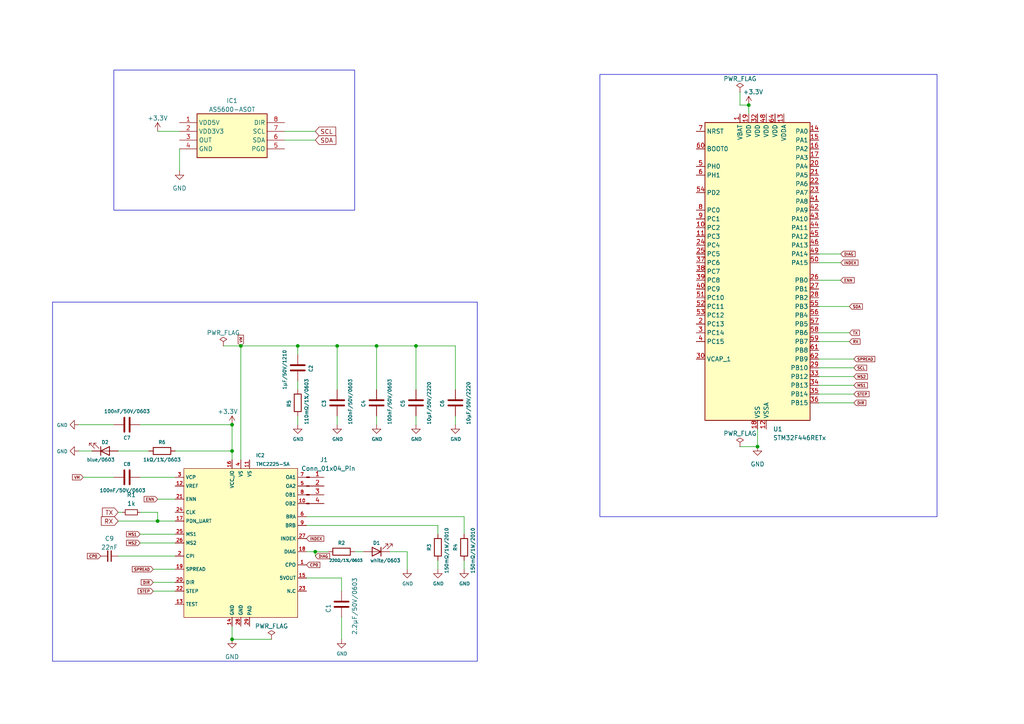
<source format=kicad_sch>
(kicad_sch (version 20230121) (generator eeschema)

  (uuid 2b8ecaef-ade6-4800-a5dc-e348c5e4fe69)

  (paper "A4")

  (lib_symbols
    (symbol "AS5600:AS5600-ASOT" (in_bom yes) (on_board yes)
      (property "Reference" "IC" (at 26.67 7.62 0)
        (effects (font (size 1.27 1.27)) (justify left top))
      )
      (property "Value" "AS5600-ASOT" (at 26.67 5.08 0)
        (effects (font (size 1.27 1.27)) (justify left top))
      )
      (property "Footprint" "SOIC127P600X175-8N" (at 26.67 -94.92 0)
        (effects (font (size 1.27 1.27)) (justify left top) hide)
      )
      (property "Datasheet" "https://datasheet.datasheetarchive.com/originals/distributors/DKDS-11/214624.pdf" (at 26.67 -194.92 0)
        (effects (font (size 1.27 1.27)) (justify left top) hide)
      )
      (property "Height" "1.75" (at 26.67 -394.92 0)
        (effects (font (size 1.27 1.27)) (justify left top) hide)
      )
      (property "Mouser Part Number" "985-AS5600-ASOT" (at 26.67 -494.92 0)
        (effects (font (size 1.27 1.27)) (justify left top) hide)
      )
      (property "Mouser Price/Stock" "https://www.mouser.co.uk/ProductDetail/ams/AS5600-ASOT?qs=KTMMzrZdriGJpjhsnAEYBA%3D%3D" (at 26.67 -594.92 0)
        (effects (font (size 1.27 1.27)) (justify left top) hide)
      )
      (property "Manufacturer_Name" "ams" (at 26.67 -694.92 0)
        (effects (font (size 1.27 1.27)) (justify left top) hide)
      )
      (property "Manufacturer_Part_Number" "AS5600-ASOT" (at 26.67 -794.92 0)
        (effects (font (size 1.27 1.27)) (justify left top) hide)
      )
      (property "ki_description" "Board Mount Hall Effect / Magnetic Sensors AS5600 Magnetic Sensor 12-Bit" (at 0 0 0)
        (effects (font (size 1.27 1.27)) hide)
      )
      (symbol "AS5600-ASOT_1_1"
        (rectangle (start 5.08 2.54) (end 25.4 -10.16)
          (stroke (width 0.254) (type default))
          (fill (type background))
        )
        (pin passive line (at 0 0 0) (length 5.08)
          (name "VDD5V" (effects (font (size 1.27 1.27))))
          (number "1" (effects (font (size 1.27 1.27))))
        )
        (pin passive line (at 0 -2.54 0) (length 5.08)
          (name "VDD3V3" (effects (font (size 1.27 1.27))))
          (number "2" (effects (font (size 1.27 1.27))))
        )
        (pin passive line (at 0 -5.08 0) (length 5.08)
          (name "OUT" (effects (font (size 1.27 1.27))))
          (number "3" (effects (font (size 1.27 1.27))))
        )
        (pin passive line (at 0 -7.62 0) (length 5.08)
          (name "GND" (effects (font (size 1.27 1.27))))
          (number "4" (effects (font (size 1.27 1.27))))
        )
        (pin passive line (at 30.48 -7.62 180) (length 5.08)
          (name "PGO" (effects (font (size 1.27 1.27))))
          (number "5" (effects (font (size 1.27 1.27))))
        )
        (pin passive line (at 30.48 -5.08 180) (length 5.08)
          (name "SDA" (effects (font (size 1.27 1.27))))
          (number "6" (effects (font (size 1.27 1.27))))
        )
        (pin passive line (at 30.48 -2.54 180) (length 5.08)
          (name "SCL" (effects (font (size 1.27 1.27))))
          (number "7" (effects (font (size 1.27 1.27))))
        )
        (pin passive line (at 30.48 0 180) (length 5.08)
          (name "DIR" (effects (font (size 1.27 1.27))))
          (number "8" (effects (font (size 1.27 1.27))))
        )
      )
    )
    (symbol "Connector:Conn_01x04_Pin" (pin_names (offset 1.016) hide) (in_bom yes) (on_board yes)
      (property "Reference" "J" (at 0 5.08 0)
        (effects (font (size 1.27 1.27)))
      )
      (property "Value" "Conn_01x04_Pin" (at 0 -7.62 0)
        (effects (font (size 1.27 1.27)))
      )
      (property "Footprint" "" (at 0 0 0)
        (effects (font (size 1.27 1.27)) hide)
      )
      (property "Datasheet" "~" (at 0 0 0)
        (effects (font (size 1.27 1.27)) hide)
      )
      (property "ki_locked" "" (at 0 0 0)
        (effects (font (size 1.27 1.27)))
      )
      (property "ki_keywords" "connector" (at 0 0 0)
        (effects (font (size 1.27 1.27)) hide)
      )
      (property "ki_description" "Generic connector, single row, 01x04, script generated" (at 0 0 0)
        (effects (font (size 1.27 1.27)) hide)
      )
      (property "ki_fp_filters" "Connector*:*_1x??_*" (at 0 0 0)
        (effects (font (size 1.27 1.27)) hide)
      )
      (symbol "Conn_01x04_Pin_1_1"
        (polyline
          (pts
            (xy 1.27 -5.08)
            (xy 0.8636 -5.08)
          )
          (stroke (width 0.1524) (type default))
          (fill (type none))
        )
        (polyline
          (pts
            (xy 1.27 -2.54)
            (xy 0.8636 -2.54)
          )
          (stroke (width 0.1524) (type default))
          (fill (type none))
        )
        (polyline
          (pts
            (xy 1.27 0)
            (xy 0.8636 0)
          )
          (stroke (width 0.1524) (type default))
          (fill (type none))
        )
        (polyline
          (pts
            (xy 1.27 2.54)
            (xy 0.8636 2.54)
          )
          (stroke (width 0.1524) (type default))
          (fill (type none))
        )
        (rectangle (start 0.8636 -4.953) (end 0 -5.207)
          (stroke (width 0.1524) (type default))
          (fill (type outline))
        )
        (rectangle (start 0.8636 -2.413) (end 0 -2.667)
          (stroke (width 0.1524) (type default))
          (fill (type outline))
        )
        (rectangle (start 0.8636 0.127) (end 0 -0.127)
          (stroke (width 0.1524) (type default))
          (fill (type outline))
        )
        (rectangle (start 0.8636 2.667) (end 0 2.413)
          (stroke (width 0.1524) (type default))
          (fill (type outline))
        )
        (pin passive line (at 5.08 2.54 180) (length 3.81)
          (name "Pin_1" (effects (font (size 1.27 1.27))))
          (number "1" (effects (font (size 1.27 1.27))))
        )
        (pin passive line (at 5.08 0 180) (length 3.81)
          (name "Pin_2" (effects (font (size 1.27 1.27))))
          (number "2" (effects (font (size 1.27 1.27))))
        )
        (pin passive line (at 5.08 -2.54 180) (length 3.81)
          (name "Pin_3" (effects (font (size 1.27 1.27))))
          (number "3" (effects (font (size 1.27 1.27))))
        )
        (pin passive line (at 5.08 -5.08 180) (length 3.81)
          (name "Pin_4" (effects (font (size 1.27 1.27))))
          (number "4" (effects (font (size 1.27 1.27))))
        )
      )
    )
    (symbol "Device:C" (pin_numbers hide) (pin_names (offset 0.254)) (in_bom yes) (on_board yes)
      (property "Reference" "C" (at 0.635 2.54 0)
        (effects (font (size 1.27 1.27)) (justify left))
      )
      (property "Value" "C" (at 0.635 -2.54 0)
        (effects (font (size 1.27 1.27)) (justify left))
      )
      (property "Footprint" "" (at 0.9652 -3.81 0)
        (effects (font (size 1.27 1.27)) hide)
      )
      (property "Datasheet" "~" (at 0 0 0)
        (effects (font (size 1.27 1.27)) hide)
      )
      (property "ki_keywords" "cap capacitor" (at 0 0 0)
        (effects (font (size 1.27 1.27)) hide)
      )
      (property "ki_description" "Unpolarized capacitor" (at 0 0 0)
        (effects (font (size 1.27 1.27)) hide)
      )
      (property "ki_fp_filters" "C_*" (at 0 0 0)
        (effects (font (size 1.27 1.27)) hide)
      )
      (symbol "C_0_1"
        (polyline
          (pts
            (xy -2.032 -0.762)
            (xy 2.032 -0.762)
          )
          (stroke (width 0.508) (type default))
          (fill (type none))
        )
        (polyline
          (pts
            (xy -2.032 0.762)
            (xy 2.032 0.762)
          )
          (stroke (width 0.508) (type default))
          (fill (type none))
        )
      )
      (symbol "C_1_1"
        (pin passive line (at 0 3.81 270) (length 2.794)
          (name "~" (effects (font (size 1.27 1.27))))
          (number "1" (effects (font (size 1.27 1.27))))
        )
        (pin passive line (at 0 -3.81 90) (length 2.794)
          (name "~" (effects (font (size 1.27 1.27))))
          (number "2" (effects (font (size 1.27 1.27))))
        )
      )
    )
    (symbol "Device:C_Small" (pin_numbers hide) (pin_names (offset 0.254) hide) (in_bom yes) (on_board yes)
      (property "Reference" "C" (at 0.254 1.778 0)
        (effects (font (size 1.27 1.27)) (justify left))
      )
      (property "Value" "C_Small" (at 0.254 -2.032 0)
        (effects (font (size 1.27 1.27)) (justify left))
      )
      (property "Footprint" "" (at 0 0 0)
        (effects (font (size 1.27 1.27)) hide)
      )
      (property "Datasheet" "~" (at 0 0 0)
        (effects (font (size 1.27 1.27)) hide)
      )
      (property "ki_keywords" "capacitor cap" (at 0 0 0)
        (effects (font (size 1.27 1.27)) hide)
      )
      (property "ki_description" "Unpolarized capacitor, small symbol" (at 0 0 0)
        (effects (font (size 1.27 1.27)) hide)
      )
      (property "ki_fp_filters" "C_*" (at 0 0 0)
        (effects (font (size 1.27 1.27)) hide)
      )
      (symbol "C_Small_0_1"
        (polyline
          (pts
            (xy -1.524 -0.508)
            (xy 1.524 -0.508)
          )
          (stroke (width 0.3302) (type default))
          (fill (type none))
        )
        (polyline
          (pts
            (xy -1.524 0.508)
            (xy 1.524 0.508)
          )
          (stroke (width 0.3048) (type default))
          (fill (type none))
        )
      )
      (symbol "C_Small_1_1"
        (pin passive line (at 0 2.54 270) (length 2.032)
          (name "~" (effects (font (size 1.27 1.27))))
          (number "1" (effects (font (size 1.27 1.27))))
        )
        (pin passive line (at 0 -2.54 90) (length 2.032)
          (name "~" (effects (font (size 1.27 1.27))))
          (number "2" (effects (font (size 1.27 1.27))))
        )
      )
    )
    (symbol "Device:LED" (pin_numbers hide) (pin_names (offset 1.016) hide) (in_bom yes) (on_board yes)
      (property "Reference" "D" (at 0 2.54 0)
        (effects (font (size 1.27 1.27)))
      )
      (property "Value" "LED" (at 0 -2.54 0)
        (effects (font (size 1.27 1.27)))
      )
      (property "Footprint" "" (at 0 0 0)
        (effects (font (size 1.27 1.27)) hide)
      )
      (property "Datasheet" "~" (at 0 0 0)
        (effects (font (size 1.27 1.27)) hide)
      )
      (property "ki_keywords" "LED diode" (at 0 0 0)
        (effects (font (size 1.27 1.27)) hide)
      )
      (property "ki_description" "Light emitting diode" (at 0 0 0)
        (effects (font (size 1.27 1.27)) hide)
      )
      (property "ki_fp_filters" "LED* LED_SMD:* LED_THT:*" (at 0 0 0)
        (effects (font (size 1.27 1.27)) hide)
      )
      (symbol "LED_0_1"
        (polyline
          (pts
            (xy -1.27 -1.27)
            (xy -1.27 1.27)
          )
          (stroke (width 0.254) (type default))
          (fill (type none))
        )
        (polyline
          (pts
            (xy -1.27 0)
            (xy 1.27 0)
          )
          (stroke (width 0) (type default))
          (fill (type none))
        )
        (polyline
          (pts
            (xy 1.27 -1.27)
            (xy 1.27 1.27)
            (xy -1.27 0)
            (xy 1.27 -1.27)
          )
          (stroke (width 0.254) (type default))
          (fill (type none))
        )
        (polyline
          (pts
            (xy -3.048 -0.762)
            (xy -4.572 -2.286)
            (xy -3.81 -2.286)
            (xy -4.572 -2.286)
            (xy -4.572 -1.524)
          )
          (stroke (width 0) (type default))
          (fill (type none))
        )
        (polyline
          (pts
            (xy -1.778 -0.762)
            (xy -3.302 -2.286)
            (xy -2.54 -2.286)
            (xy -3.302 -2.286)
            (xy -3.302 -1.524)
          )
          (stroke (width 0) (type default))
          (fill (type none))
        )
      )
      (symbol "LED_1_1"
        (pin passive line (at -3.81 0 0) (length 2.54)
          (name "K" (effects (font (size 1.27 1.27))))
          (number "1" (effects (font (size 1.27 1.27))))
        )
        (pin passive line (at 3.81 0 180) (length 2.54)
          (name "A" (effects (font (size 1.27 1.27))))
          (number "2" (effects (font (size 1.27 1.27))))
        )
      )
    )
    (symbol "Device:R" (pin_numbers hide) (pin_names (offset 0)) (in_bom yes) (on_board yes)
      (property "Reference" "R" (at 2.032 0 90)
        (effects (font (size 1.27 1.27)))
      )
      (property "Value" "R" (at 0 0 90)
        (effects (font (size 1.27 1.27)))
      )
      (property "Footprint" "" (at -1.778 0 90)
        (effects (font (size 1.27 1.27)) hide)
      )
      (property "Datasheet" "~" (at 0 0 0)
        (effects (font (size 1.27 1.27)) hide)
      )
      (property "ki_keywords" "R res resistor" (at 0 0 0)
        (effects (font (size 1.27 1.27)) hide)
      )
      (property "ki_description" "Resistor" (at 0 0 0)
        (effects (font (size 1.27 1.27)) hide)
      )
      (property "ki_fp_filters" "R_*" (at 0 0 0)
        (effects (font (size 1.27 1.27)) hide)
      )
      (symbol "R_0_1"
        (rectangle (start -1.016 -2.54) (end 1.016 2.54)
          (stroke (width 0.254) (type default))
          (fill (type none))
        )
      )
      (symbol "R_1_1"
        (pin passive line (at 0 3.81 270) (length 1.27)
          (name "~" (effects (font (size 1.27 1.27))))
          (number "1" (effects (font (size 1.27 1.27))))
        )
        (pin passive line (at 0 -3.81 90) (length 1.27)
          (name "~" (effects (font (size 1.27 1.27))))
          (number "2" (effects (font (size 1.27 1.27))))
        )
      )
    )
    (symbol "Device:R_Small" (pin_numbers hide) (pin_names (offset 0.254) hide) (in_bom yes) (on_board yes)
      (property "Reference" "R" (at 0.762 0.508 0)
        (effects (font (size 1.27 1.27)) (justify left))
      )
      (property "Value" "R_Small" (at 0.762 -1.016 0)
        (effects (font (size 1.27 1.27)) (justify left))
      )
      (property "Footprint" "" (at 0 0 0)
        (effects (font (size 1.27 1.27)) hide)
      )
      (property "Datasheet" "~" (at 0 0 0)
        (effects (font (size 1.27 1.27)) hide)
      )
      (property "ki_keywords" "R resistor" (at 0 0 0)
        (effects (font (size 1.27 1.27)) hide)
      )
      (property "ki_description" "Resistor, small symbol" (at 0 0 0)
        (effects (font (size 1.27 1.27)) hide)
      )
      (property "ki_fp_filters" "R_*" (at 0 0 0)
        (effects (font (size 1.27 1.27)) hide)
      )
      (symbol "R_Small_0_1"
        (rectangle (start -0.762 1.778) (end 0.762 -1.778)
          (stroke (width 0.2032) (type default))
          (fill (type none))
        )
      )
      (symbol "R_Small_1_1"
        (pin passive line (at 0 2.54 270) (length 0.762)
          (name "~" (effects (font (size 1.27 1.27))))
          (number "1" (effects (font (size 1.27 1.27))))
        )
        (pin passive line (at 0 -2.54 90) (length 0.762)
          (name "~" (effects (font (size 1.27 1.27))))
          (number "2" (effects (font (size 1.27 1.27))))
        )
      )
    )
    (symbol "MCU_ST_STM32F4:STM32F446RETx" (in_bom yes) (on_board yes)
      (property "Reference" "U" (at -15.24 44.45 0)
        (effects (font (size 1.27 1.27)) (justify left))
      )
      (property "Value" "STM32F446RETx" (at 10.16 44.45 0)
        (effects (font (size 1.27 1.27)) (justify left))
      )
      (property "Footprint" "Package_QFP:LQFP-64_10x10mm_P0.5mm" (at -15.24 -43.18 0)
        (effects (font (size 1.27 1.27)) (justify right) hide)
      )
      (property "Datasheet" "https://www.st.com/resource/en/datasheet/stm32f446re.pdf" (at 0 0 0)
        (effects (font (size 1.27 1.27)) hide)
      )
      (property "ki_locked" "" (at 0 0 0)
        (effects (font (size 1.27 1.27)))
      )
      (property "ki_keywords" "Arm Cortex-M4 STM32F4 STM32F446" (at 0 0 0)
        (effects (font (size 1.27 1.27)) hide)
      )
      (property "ki_description" "STMicroelectronics Arm Cortex-M4 MCU, 512KB flash, 128KB RAM, 180 MHz, 1.8-3.6V, 50 GPIO, LQFP64" (at 0 0 0)
        (effects (font (size 1.27 1.27)) hide)
      )
      (property "ki_fp_filters" "LQFP*10x10mm*P0.5mm*" (at 0 0 0)
        (effects (font (size 1.27 1.27)) hide)
      )
      (symbol "STM32F446RETx_0_1"
        (rectangle (start -15.24 -43.18) (end 15.24 43.18)
          (stroke (width 0.254) (type default))
          (fill (type background))
        )
      )
      (symbol "STM32F446RETx_1_1"
        (pin power_in line (at -5.08 45.72 270) (length 2.54)
          (name "VBAT" (effects (font (size 1.27 1.27))))
          (number "1" (effects (font (size 1.27 1.27))))
        )
        (pin bidirectional line (at -17.78 12.7 0) (length 2.54)
          (name "PC2" (effects (font (size 1.27 1.27))))
          (number "10" (effects (font (size 1.27 1.27))))
          (alternate "ADC1_IN12" bidirectional line)
          (alternate "ADC2_IN12" bidirectional line)
          (alternate "ADC3_IN12" bidirectional line)
          (alternate "SPI2_MISO" bidirectional line)
          (alternate "USB_OTG_HS_ULPI_DIR" bidirectional line)
        )
        (pin bidirectional line (at -17.78 10.16 0) (length 2.54)
          (name "PC3" (effects (font (size 1.27 1.27))))
          (number "11" (effects (font (size 1.27 1.27))))
          (alternate "ADC1_IN13" bidirectional line)
          (alternate "ADC2_IN13" bidirectional line)
          (alternate "ADC3_IN13" bidirectional line)
          (alternate "I2S2_SD" bidirectional line)
          (alternate "SPI2_MOSI" bidirectional line)
          (alternate "USB_OTG_HS_ULPI_NXT" bidirectional line)
        )
        (pin power_in line (at 2.54 -45.72 90) (length 2.54)
          (name "VSSA" (effects (font (size 1.27 1.27))))
          (number "12" (effects (font (size 1.27 1.27))))
        )
        (pin power_in line (at 7.62 45.72 270) (length 2.54)
          (name "VDDA" (effects (font (size 1.27 1.27))))
          (number "13" (effects (font (size 1.27 1.27))))
        )
        (pin bidirectional line (at 17.78 40.64 180) (length 2.54)
          (name "PA0" (effects (font (size 1.27 1.27))))
          (number "14" (effects (font (size 1.27 1.27))))
          (alternate "ADC1_IN0" bidirectional line)
          (alternate "ADC2_IN0" bidirectional line)
          (alternate "ADC3_IN0" bidirectional line)
          (alternate "RTC_AF2" bidirectional line)
          (alternate "SYS_WKUP0" bidirectional line)
          (alternate "TIM2_CH1" bidirectional line)
          (alternate "TIM2_ETR" bidirectional line)
          (alternate "TIM5_CH1" bidirectional line)
          (alternate "TIM8_ETR" bidirectional line)
          (alternate "UART4_TX" bidirectional line)
          (alternate "USART2_CTS" bidirectional line)
        )
        (pin bidirectional line (at 17.78 38.1 180) (length 2.54)
          (name "PA1" (effects (font (size 1.27 1.27))))
          (number "15" (effects (font (size 1.27 1.27))))
          (alternate "ADC1_IN1" bidirectional line)
          (alternate "ADC2_IN1" bidirectional line)
          (alternate "ADC3_IN1" bidirectional line)
          (alternate "QUADSPI_BK1_IO3" bidirectional line)
          (alternate "TIM2_CH2" bidirectional line)
          (alternate "TIM5_CH2" bidirectional line)
          (alternate "UART4_RX" bidirectional line)
          (alternate "USART2_RTS" bidirectional line)
        )
        (pin bidirectional line (at 17.78 35.56 180) (length 2.54)
          (name "PA2" (effects (font (size 1.27 1.27))))
          (number "16" (effects (font (size 1.27 1.27))))
          (alternate "ADC1_IN2" bidirectional line)
          (alternate "ADC2_IN2" bidirectional line)
          (alternate "ADC3_IN2" bidirectional line)
          (alternate "TIM2_CH3" bidirectional line)
          (alternate "TIM5_CH3" bidirectional line)
          (alternate "TIM9_CH1" bidirectional line)
          (alternate "USART2_TX" bidirectional line)
        )
        (pin bidirectional line (at 17.78 33.02 180) (length 2.54)
          (name "PA3" (effects (font (size 1.27 1.27))))
          (number "17" (effects (font (size 1.27 1.27))))
          (alternate "ADC1_IN3" bidirectional line)
          (alternate "ADC2_IN3" bidirectional line)
          (alternate "ADC3_IN3" bidirectional line)
          (alternate "SAI1_FS_A" bidirectional line)
          (alternate "TIM2_CH4" bidirectional line)
          (alternate "TIM5_CH4" bidirectional line)
          (alternate "TIM9_CH2" bidirectional line)
          (alternate "USART2_RX" bidirectional line)
          (alternate "USB_OTG_HS_ULPI_D0" bidirectional line)
        )
        (pin power_in line (at 0 -45.72 90) (length 2.54)
          (name "VSS" (effects (font (size 1.27 1.27))))
          (number "18" (effects (font (size 1.27 1.27))))
        )
        (pin power_in line (at -2.54 45.72 270) (length 2.54)
          (name "VDD" (effects (font (size 1.27 1.27))))
          (number "19" (effects (font (size 1.27 1.27))))
        )
        (pin bidirectional line (at -17.78 -15.24 0) (length 2.54)
          (name "PC13" (effects (font (size 1.27 1.27))))
          (number "2" (effects (font (size 1.27 1.27))))
          (alternate "RTC_AF1" bidirectional line)
          (alternate "SYS_WKUP1" bidirectional line)
        )
        (pin bidirectional line (at 17.78 30.48 180) (length 2.54)
          (name "PA4" (effects (font (size 1.27 1.27))))
          (number "20" (effects (font (size 1.27 1.27))))
          (alternate "ADC1_IN4" bidirectional line)
          (alternate "ADC2_IN4" bidirectional line)
          (alternate "DAC_OUT1" bidirectional line)
          (alternate "DCMI_HSYNC" bidirectional line)
          (alternate "I2S1_WS" bidirectional line)
          (alternate "I2S3_WS" bidirectional line)
          (alternate "SPI1_NSS" bidirectional line)
          (alternate "SPI3_NSS" bidirectional line)
          (alternate "USART2_CK" bidirectional line)
          (alternate "USB_OTG_HS_SOF" bidirectional line)
        )
        (pin bidirectional line (at 17.78 27.94 180) (length 2.54)
          (name "PA5" (effects (font (size 1.27 1.27))))
          (number "21" (effects (font (size 1.27 1.27))))
          (alternate "ADC1_IN5" bidirectional line)
          (alternate "ADC2_IN5" bidirectional line)
          (alternate "DAC_OUT2" bidirectional line)
          (alternate "I2S1_CK" bidirectional line)
          (alternate "SPI1_SCK" bidirectional line)
          (alternate "TIM2_CH1" bidirectional line)
          (alternate "TIM2_ETR" bidirectional line)
          (alternate "TIM8_CH1N" bidirectional line)
          (alternate "USB_OTG_HS_ULPI_CK" bidirectional line)
        )
        (pin bidirectional line (at 17.78 25.4 180) (length 2.54)
          (name "PA6" (effects (font (size 1.27 1.27))))
          (number "22" (effects (font (size 1.27 1.27))))
          (alternate "ADC1_IN6" bidirectional line)
          (alternate "ADC2_IN6" bidirectional line)
          (alternate "DCMI_PIXCLK" bidirectional line)
          (alternate "I2S2_MCK" bidirectional line)
          (alternate "SPI1_MISO" bidirectional line)
          (alternate "TIM13_CH1" bidirectional line)
          (alternate "TIM1_BKIN" bidirectional line)
          (alternate "TIM3_CH1" bidirectional line)
          (alternate "TIM8_BKIN" bidirectional line)
        )
        (pin bidirectional line (at 17.78 22.86 180) (length 2.54)
          (name "PA7" (effects (font (size 1.27 1.27))))
          (number "23" (effects (font (size 1.27 1.27))))
          (alternate "ADC1_IN7" bidirectional line)
          (alternate "ADC2_IN7" bidirectional line)
          (alternate "I2S1_SD" bidirectional line)
          (alternate "SPI1_MOSI" bidirectional line)
          (alternate "TIM14_CH1" bidirectional line)
          (alternate "TIM1_CH1N" bidirectional line)
          (alternate "TIM3_CH2" bidirectional line)
          (alternate "TIM8_CH1N" bidirectional line)
        )
        (pin bidirectional line (at -17.78 7.62 0) (length 2.54)
          (name "PC4" (effects (font (size 1.27 1.27))))
          (number "24" (effects (font (size 1.27 1.27))))
          (alternate "ADC1_IN14" bidirectional line)
          (alternate "ADC2_IN14" bidirectional line)
          (alternate "I2S1_MCK" bidirectional line)
          (alternate "SPDIFRX_IN2" bidirectional line)
        )
        (pin bidirectional line (at -17.78 5.08 0) (length 2.54)
          (name "PC5" (effects (font (size 1.27 1.27))))
          (number "25" (effects (font (size 1.27 1.27))))
          (alternate "ADC1_IN15" bidirectional line)
          (alternate "ADC2_IN15" bidirectional line)
          (alternate "SPDIFRX_IN3" bidirectional line)
          (alternate "USART3_RX" bidirectional line)
        )
        (pin bidirectional line (at 17.78 -2.54 180) (length 2.54)
          (name "PB0" (effects (font (size 1.27 1.27))))
          (number "26" (effects (font (size 1.27 1.27))))
          (alternate "ADC1_IN8" bidirectional line)
          (alternate "ADC2_IN8" bidirectional line)
          (alternate "I2S3_SD" bidirectional line)
          (alternate "SDIO_D1" bidirectional line)
          (alternate "SPI3_MOSI" bidirectional line)
          (alternate "TIM1_CH2N" bidirectional line)
          (alternate "TIM3_CH3" bidirectional line)
          (alternate "TIM8_CH2N" bidirectional line)
          (alternate "UART4_CTS" bidirectional line)
          (alternate "USB_OTG_HS_ULPI_D1" bidirectional line)
        )
        (pin bidirectional line (at 17.78 -5.08 180) (length 2.54)
          (name "PB1" (effects (font (size 1.27 1.27))))
          (number "27" (effects (font (size 1.27 1.27))))
          (alternate "ADC1_IN9" bidirectional line)
          (alternate "ADC2_IN9" bidirectional line)
          (alternate "SDIO_D2" bidirectional line)
          (alternate "TIM1_CH3N" bidirectional line)
          (alternate "TIM3_CH4" bidirectional line)
          (alternate "TIM8_CH3N" bidirectional line)
          (alternate "USB_OTG_HS_ULPI_D2" bidirectional line)
        )
        (pin bidirectional line (at 17.78 -7.62 180) (length 2.54)
          (name "PB2" (effects (font (size 1.27 1.27))))
          (number "28" (effects (font (size 1.27 1.27))))
          (alternate "I2S3_SD" bidirectional line)
          (alternate "QUADSPI_CLK" bidirectional line)
          (alternate "SAI1_SD_A" bidirectional line)
          (alternate "SDIO_CK" bidirectional line)
          (alternate "SPI3_MOSI" bidirectional line)
          (alternate "TIM2_CH4" bidirectional line)
          (alternate "USB_OTG_HS_ULPI_D4" bidirectional line)
        )
        (pin bidirectional line (at 17.78 -27.94 180) (length 2.54)
          (name "PB10" (effects (font (size 1.27 1.27))))
          (number "29" (effects (font (size 1.27 1.27))))
          (alternate "I2C2_SCL" bidirectional line)
          (alternate "I2S2_CK" bidirectional line)
          (alternate "SAI1_SCK_A" bidirectional line)
          (alternate "SPI2_SCK" bidirectional line)
          (alternate "TIM2_CH3" bidirectional line)
          (alternate "USART3_TX" bidirectional line)
          (alternate "USB_OTG_HS_ULPI_D3" bidirectional line)
        )
        (pin bidirectional line (at -17.78 -17.78 0) (length 2.54)
          (name "PC14" (effects (font (size 1.27 1.27))))
          (number "3" (effects (font (size 1.27 1.27))))
          (alternate "RCC_OSC32_IN" bidirectional line)
        )
        (pin power_out line (at -17.78 -25.4 0) (length 2.54)
          (name "VCAP_1" (effects (font (size 1.27 1.27))))
          (number "30" (effects (font (size 1.27 1.27))))
        )
        (pin passive line (at 0 -45.72 90) (length 2.54) hide
          (name "VSS" (effects (font (size 1.27 1.27))))
          (number "31" (effects (font (size 1.27 1.27))))
        )
        (pin power_in line (at 0 45.72 270) (length 2.54)
          (name "VDD" (effects (font (size 1.27 1.27))))
          (number "32" (effects (font (size 1.27 1.27))))
        )
        (pin bidirectional line (at 17.78 -30.48 180) (length 2.54)
          (name "PB12" (effects (font (size 1.27 1.27))))
          (number "33" (effects (font (size 1.27 1.27))))
          (alternate "CAN2_RX" bidirectional line)
          (alternate "I2C2_SMBA" bidirectional line)
          (alternate "I2S2_WS" bidirectional line)
          (alternate "SAI1_SCK_B" bidirectional line)
          (alternate "SPI2_NSS" bidirectional line)
          (alternate "TIM1_BKIN" bidirectional line)
          (alternate "USART3_CK" bidirectional line)
          (alternate "USB_OTG_HS_ID" bidirectional line)
          (alternate "USB_OTG_HS_ULPI_D5" bidirectional line)
        )
        (pin bidirectional line (at 17.78 -33.02 180) (length 2.54)
          (name "PB13" (effects (font (size 1.27 1.27))))
          (number "34" (effects (font (size 1.27 1.27))))
          (alternate "CAN2_TX" bidirectional line)
          (alternate "I2S2_CK" bidirectional line)
          (alternate "SPI2_SCK" bidirectional line)
          (alternate "TIM1_CH1N" bidirectional line)
          (alternate "USART3_CTS" bidirectional line)
          (alternate "USB_OTG_HS_ULPI_D6" bidirectional line)
          (alternate "USB_OTG_HS_VBUS" bidirectional line)
        )
        (pin bidirectional line (at 17.78 -35.56 180) (length 2.54)
          (name "PB14" (effects (font (size 1.27 1.27))))
          (number "35" (effects (font (size 1.27 1.27))))
          (alternate "SPI2_MISO" bidirectional line)
          (alternate "TIM12_CH1" bidirectional line)
          (alternate "TIM1_CH2N" bidirectional line)
          (alternate "TIM8_CH2N" bidirectional line)
          (alternate "USART3_RTS" bidirectional line)
          (alternate "USB_OTG_HS_DM" bidirectional line)
        )
        (pin bidirectional line (at 17.78 -38.1 180) (length 2.54)
          (name "PB15" (effects (font (size 1.27 1.27))))
          (number "36" (effects (font (size 1.27 1.27))))
          (alternate "ADC1_EXTI15" bidirectional line)
          (alternate "ADC2_EXTI15" bidirectional line)
          (alternate "ADC3_EXTI15" bidirectional line)
          (alternate "I2S2_SD" bidirectional line)
          (alternate "RTC_REFIN" bidirectional line)
          (alternate "SPI2_MOSI" bidirectional line)
          (alternate "TIM12_CH2" bidirectional line)
          (alternate "TIM1_CH3N" bidirectional line)
          (alternate "TIM8_CH3N" bidirectional line)
          (alternate "USB_OTG_HS_DP" bidirectional line)
        )
        (pin bidirectional line (at -17.78 2.54 0) (length 2.54)
          (name "PC6" (effects (font (size 1.27 1.27))))
          (number "37" (effects (font (size 1.27 1.27))))
          (alternate "DCMI_D0" bidirectional line)
          (alternate "FMPI2C1_SCL" bidirectional line)
          (alternate "I2S2_MCK" bidirectional line)
          (alternate "SDIO_D6" bidirectional line)
          (alternate "TIM3_CH1" bidirectional line)
          (alternate "TIM8_CH1" bidirectional line)
          (alternate "USART6_TX" bidirectional line)
        )
        (pin bidirectional line (at -17.78 0 0) (length 2.54)
          (name "PC7" (effects (font (size 1.27 1.27))))
          (number "38" (effects (font (size 1.27 1.27))))
          (alternate "DCMI_D1" bidirectional line)
          (alternate "FMPI2C1_SDA" bidirectional line)
          (alternate "I2S2_CK" bidirectional line)
          (alternate "I2S3_MCK" bidirectional line)
          (alternate "SDIO_D7" bidirectional line)
          (alternate "SPDIFRX_IN1" bidirectional line)
          (alternate "SPI2_SCK" bidirectional line)
          (alternate "TIM3_CH2" bidirectional line)
          (alternate "TIM8_CH2" bidirectional line)
          (alternate "USART6_RX" bidirectional line)
        )
        (pin bidirectional line (at -17.78 -2.54 0) (length 2.54)
          (name "PC8" (effects (font (size 1.27 1.27))))
          (number "39" (effects (font (size 1.27 1.27))))
          (alternate "DCMI_D2" bidirectional line)
          (alternate "SDIO_D0" bidirectional line)
          (alternate "SYS_TRACED0" bidirectional line)
          (alternate "TIM3_CH3" bidirectional line)
          (alternate "TIM8_CH3" bidirectional line)
          (alternate "UART5_RTS" bidirectional line)
          (alternate "USART6_CK" bidirectional line)
        )
        (pin bidirectional line (at -17.78 -20.32 0) (length 2.54)
          (name "PC15" (effects (font (size 1.27 1.27))))
          (number "4" (effects (font (size 1.27 1.27))))
          (alternate "ADC1_EXTI15" bidirectional line)
          (alternate "ADC2_EXTI15" bidirectional line)
          (alternate "ADC3_EXTI15" bidirectional line)
          (alternate "RCC_OSC32_OUT" bidirectional line)
        )
        (pin bidirectional line (at -17.78 -5.08 0) (length 2.54)
          (name "PC9" (effects (font (size 1.27 1.27))))
          (number "40" (effects (font (size 1.27 1.27))))
          (alternate "DAC_EXTI9" bidirectional line)
          (alternate "DCMI_D3" bidirectional line)
          (alternate "I2C3_SDA" bidirectional line)
          (alternate "I2S_CKIN" bidirectional line)
          (alternate "QUADSPI_BK1_IO0" bidirectional line)
          (alternate "RCC_MCO_2" bidirectional line)
          (alternate "SDIO_D1" bidirectional line)
          (alternate "TIM3_CH4" bidirectional line)
          (alternate "TIM8_CH4" bidirectional line)
          (alternate "UART5_CTS" bidirectional line)
        )
        (pin bidirectional line (at 17.78 20.32 180) (length 2.54)
          (name "PA8" (effects (font (size 1.27 1.27))))
          (number "41" (effects (font (size 1.27 1.27))))
          (alternate "I2C3_SCL" bidirectional line)
          (alternate "RCC_MCO_1" bidirectional line)
          (alternate "TIM1_CH1" bidirectional line)
          (alternate "USART1_CK" bidirectional line)
          (alternate "USB_OTG_FS_SOF" bidirectional line)
        )
        (pin bidirectional line (at 17.78 17.78 180) (length 2.54)
          (name "PA9" (effects (font (size 1.27 1.27))))
          (number "42" (effects (font (size 1.27 1.27))))
          (alternate "DAC_EXTI9" bidirectional line)
          (alternate "DCMI_D0" bidirectional line)
          (alternate "I2C3_SMBA" bidirectional line)
          (alternate "I2S2_CK" bidirectional line)
          (alternate "SAI1_SD_B" bidirectional line)
          (alternate "SPI2_SCK" bidirectional line)
          (alternate "TIM1_CH2" bidirectional line)
          (alternate "USART1_TX" bidirectional line)
          (alternate "USB_OTG_FS_VBUS" bidirectional line)
        )
        (pin bidirectional line (at 17.78 15.24 180) (length 2.54)
          (name "PA10" (effects (font (size 1.27 1.27))))
          (number "43" (effects (font (size 1.27 1.27))))
          (alternate "DCMI_D1" bidirectional line)
          (alternate "TIM1_CH3" bidirectional line)
          (alternate "USART1_RX" bidirectional line)
          (alternate "USB_OTG_FS_ID" bidirectional line)
        )
        (pin bidirectional line (at 17.78 12.7 180) (length 2.54)
          (name "PA11" (effects (font (size 1.27 1.27))))
          (number "44" (effects (font (size 1.27 1.27))))
          (alternate "ADC1_EXTI11" bidirectional line)
          (alternate "ADC2_EXTI11" bidirectional line)
          (alternate "ADC3_EXTI11" bidirectional line)
          (alternate "CAN1_RX" bidirectional line)
          (alternate "TIM1_CH4" bidirectional line)
          (alternate "USART1_CTS" bidirectional line)
          (alternate "USB_OTG_FS_DM" bidirectional line)
        )
        (pin bidirectional line (at 17.78 10.16 180) (length 2.54)
          (name "PA12" (effects (font (size 1.27 1.27))))
          (number "45" (effects (font (size 1.27 1.27))))
          (alternate "CAN1_TX" bidirectional line)
          (alternate "TIM1_ETR" bidirectional line)
          (alternate "USART1_RTS" bidirectional line)
          (alternate "USB_OTG_FS_DP" bidirectional line)
        )
        (pin bidirectional line (at 17.78 7.62 180) (length 2.54)
          (name "PA13" (effects (font (size 1.27 1.27))))
          (number "46" (effects (font (size 1.27 1.27))))
          (alternate "SYS_JTMS-SWDIO" bidirectional line)
        )
        (pin passive line (at 0 -45.72 90) (length 2.54) hide
          (name "VSS" (effects (font (size 1.27 1.27))))
          (number "47" (effects (font (size 1.27 1.27))))
        )
        (pin power_in line (at 2.54 45.72 270) (length 2.54)
          (name "VDD" (effects (font (size 1.27 1.27))))
          (number "48" (effects (font (size 1.27 1.27))))
        )
        (pin bidirectional line (at 17.78 5.08 180) (length 2.54)
          (name "PA14" (effects (font (size 1.27 1.27))))
          (number "49" (effects (font (size 1.27 1.27))))
          (alternate "SYS_JTCK-SWCLK" bidirectional line)
        )
        (pin bidirectional line (at -17.78 30.48 0) (length 2.54)
          (name "PH0" (effects (font (size 1.27 1.27))))
          (number "5" (effects (font (size 1.27 1.27))))
          (alternate "RCC_OSC_IN" bidirectional line)
        )
        (pin bidirectional line (at 17.78 2.54 180) (length 2.54)
          (name "PA15" (effects (font (size 1.27 1.27))))
          (number "50" (effects (font (size 1.27 1.27))))
          (alternate "ADC1_EXTI15" bidirectional line)
          (alternate "ADC2_EXTI15" bidirectional line)
          (alternate "ADC3_EXTI15" bidirectional line)
          (alternate "CEC" bidirectional line)
          (alternate "I2S1_WS" bidirectional line)
          (alternate "I2S3_WS" bidirectional line)
          (alternate "SPI1_NSS" bidirectional line)
          (alternate "SPI3_NSS" bidirectional line)
          (alternate "SYS_JTDI" bidirectional line)
          (alternate "TIM2_CH1" bidirectional line)
          (alternate "TIM2_ETR" bidirectional line)
          (alternate "UART4_RTS" bidirectional line)
        )
        (pin bidirectional line (at -17.78 -7.62 0) (length 2.54)
          (name "PC10" (effects (font (size 1.27 1.27))))
          (number "51" (effects (font (size 1.27 1.27))))
          (alternate "DCMI_D8" bidirectional line)
          (alternate "I2S3_CK" bidirectional line)
          (alternate "QUADSPI_BK1_IO1" bidirectional line)
          (alternate "SDIO_D2" bidirectional line)
          (alternate "SPI3_SCK" bidirectional line)
          (alternate "UART4_TX" bidirectional line)
          (alternate "USART3_TX" bidirectional line)
        )
        (pin bidirectional line (at -17.78 -10.16 0) (length 2.54)
          (name "PC11" (effects (font (size 1.27 1.27))))
          (number "52" (effects (font (size 1.27 1.27))))
          (alternate "ADC1_EXTI11" bidirectional line)
          (alternate "ADC2_EXTI11" bidirectional line)
          (alternate "ADC3_EXTI11" bidirectional line)
          (alternate "DCMI_D4" bidirectional line)
          (alternate "QUADSPI_BK2_NCS" bidirectional line)
          (alternate "SDIO_D3" bidirectional line)
          (alternate "SPI3_MISO" bidirectional line)
          (alternate "UART4_RX" bidirectional line)
          (alternate "USART3_RX" bidirectional line)
        )
        (pin bidirectional line (at -17.78 -12.7 0) (length 2.54)
          (name "PC12" (effects (font (size 1.27 1.27))))
          (number "53" (effects (font (size 1.27 1.27))))
          (alternate "DCMI_D9" bidirectional line)
          (alternate "I2C2_SDA" bidirectional line)
          (alternate "I2S3_SD" bidirectional line)
          (alternate "SDIO_CK" bidirectional line)
          (alternate "SPI3_MOSI" bidirectional line)
          (alternate "UART5_TX" bidirectional line)
          (alternate "USART3_CK" bidirectional line)
        )
        (pin bidirectional line (at -17.78 22.86 0) (length 2.54)
          (name "PD2" (effects (font (size 1.27 1.27))))
          (number "54" (effects (font (size 1.27 1.27))))
          (alternate "DCMI_D11" bidirectional line)
          (alternate "SDIO_CMD" bidirectional line)
          (alternate "TIM3_ETR" bidirectional line)
          (alternate "UART5_RX" bidirectional line)
        )
        (pin bidirectional line (at 17.78 -10.16 180) (length 2.54)
          (name "PB3" (effects (font (size 1.27 1.27))))
          (number "55" (effects (font (size 1.27 1.27))))
          (alternate "I2C2_SDA" bidirectional line)
          (alternate "I2S1_CK" bidirectional line)
          (alternate "I2S3_CK" bidirectional line)
          (alternate "SPI1_SCK" bidirectional line)
          (alternate "SPI3_SCK" bidirectional line)
          (alternate "SYS_JTDO-SWO" bidirectional line)
          (alternate "TIM2_CH2" bidirectional line)
        )
        (pin bidirectional line (at 17.78 -12.7 180) (length 2.54)
          (name "PB4" (effects (font (size 1.27 1.27))))
          (number "56" (effects (font (size 1.27 1.27))))
          (alternate "I2C3_SDA" bidirectional line)
          (alternate "I2S2_WS" bidirectional line)
          (alternate "SPI1_MISO" bidirectional line)
          (alternate "SPI2_NSS" bidirectional line)
          (alternate "SPI3_MISO" bidirectional line)
          (alternate "SYS_JTRST" bidirectional line)
          (alternate "TIM3_CH1" bidirectional line)
        )
        (pin bidirectional line (at 17.78 -15.24 180) (length 2.54)
          (name "PB5" (effects (font (size 1.27 1.27))))
          (number "57" (effects (font (size 1.27 1.27))))
          (alternate "CAN2_RX" bidirectional line)
          (alternate "DCMI_D10" bidirectional line)
          (alternate "I2C1_SMBA" bidirectional line)
          (alternate "I2S1_SD" bidirectional line)
          (alternate "I2S3_SD" bidirectional line)
          (alternate "SPI1_MOSI" bidirectional line)
          (alternate "SPI3_MOSI" bidirectional line)
          (alternate "TIM3_CH2" bidirectional line)
          (alternate "USB_OTG_HS_ULPI_D7" bidirectional line)
        )
        (pin bidirectional line (at 17.78 -17.78 180) (length 2.54)
          (name "PB6" (effects (font (size 1.27 1.27))))
          (number "58" (effects (font (size 1.27 1.27))))
          (alternate "CAN2_TX" bidirectional line)
          (alternate "CEC" bidirectional line)
          (alternate "DCMI_D5" bidirectional line)
          (alternate "I2C1_SCL" bidirectional line)
          (alternate "QUADSPI_BK1_NCS" bidirectional line)
          (alternate "TIM4_CH1" bidirectional line)
          (alternate "USART1_TX" bidirectional line)
        )
        (pin bidirectional line (at 17.78 -20.32 180) (length 2.54)
          (name "PB7" (effects (font (size 1.27 1.27))))
          (number "59" (effects (font (size 1.27 1.27))))
          (alternate "DCMI_VSYNC" bidirectional line)
          (alternate "I2C1_SDA" bidirectional line)
          (alternate "SPDIFRX_IN0" bidirectional line)
          (alternate "TIM4_CH2" bidirectional line)
          (alternate "USART1_RX" bidirectional line)
        )
        (pin bidirectional line (at -17.78 27.94 0) (length 2.54)
          (name "PH1" (effects (font (size 1.27 1.27))))
          (number "6" (effects (font (size 1.27 1.27))))
          (alternate "RCC_OSC_OUT" bidirectional line)
        )
        (pin input line (at -17.78 35.56 0) (length 2.54)
          (name "BOOT0" (effects (font (size 1.27 1.27))))
          (number "60" (effects (font (size 1.27 1.27))))
        )
        (pin bidirectional line (at 17.78 -22.86 180) (length 2.54)
          (name "PB8" (effects (font (size 1.27 1.27))))
          (number "61" (effects (font (size 1.27 1.27))))
          (alternate "CAN1_RX" bidirectional line)
          (alternate "DCMI_D6" bidirectional line)
          (alternate "I2C1_SCL" bidirectional line)
          (alternate "SDIO_D4" bidirectional line)
          (alternate "TIM10_CH1" bidirectional line)
          (alternate "TIM2_CH1" bidirectional line)
          (alternate "TIM2_ETR" bidirectional line)
          (alternate "TIM4_CH3" bidirectional line)
        )
        (pin bidirectional line (at 17.78 -25.4 180) (length 2.54)
          (name "PB9" (effects (font (size 1.27 1.27))))
          (number "62" (effects (font (size 1.27 1.27))))
          (alternate "CAN1_TX" bidirectional line)
          (alternate "DAC_EXTI9" bidirectional line)
          (alternate "DCMI_D7" bidirectional line)
          (alternate "I2C1_SDA" bidirectional line)
          (alternate "I2S2_WS" bidirectional line)
          (alternate "SAI1_FS_B" bidirectional line)
          (alternate "SDIO_D5" bidirectional line)
          (alternate "SPI2_NSS" bidirectional line)
          (alternate "TIM11_CH1" bidirectional line)
          (alternate "TIM2_CH2" bidirectional line)
          (alternate "TIM4_CH4" bidirectional line)
        )
        (pin passive line (at 0 -45.72 90) (length 2.54) hide
          (name "VSS" (effects (font (size 1.27 1.27))))
          (number "63" (effects (font (size 1.27 1.27))))
        )
        (pin power_in line (at 5.08 45.72 270) (length 2.54)
          (name "VDD" (effects (font (size 1.27 1.27))))
          (number "64" (effects (font (size 1.27 1.27))))
        )
        (pin input line (at -17.78 40.64 0) (length 2.54)
          (name "NRST" (effects (font (size 1.27 1.27))))
          (number "7" (effects (font (size 1.27 1.27))))
        )
        (pin bidirectional line (at -17.78 17.78 0) (length 2.54)
          (name "PC0" (effects (font (size 1.27 1.27))))
          (number "8" (effects (font (size 1.27 1.27))))
          (alternate "ADC1_IN10" bidirectional line)
          (alternate "ADC2_IN10" bidirectional line)
          (alternate "ADC3_IN10" bidirectional line)
          (alternate "SAI1_MCLK_B" bidirectional line)
          (alternate "USB_OTG_HS_ULPI_STP" bidirectional line)
        )
        (pin bidirectional line (at -17.78 15.24 0) (length 2.54)
          (name "PC1" (effects (font (size 1.27 1.27))))
          (number "9" (effects (font (size 1.27 1.27))))
          (alternate "ADC1_IN11" bidirectional line)
          (alternate "ADC2_IN11" bidirectional line)
          (alternate "ADC3_IN11" bidirectional line)
          (alternate "I2S2_SD" bidirectional line)
          (alternate "I2S3_SD" bidirectional line)
          (alternate "SAI1_SD_A" bidirectional line)
          (alternate "SPI2_MOSI" bidirectional line)
          (alternate "SPI3_MOSI" bidirectional line)
        )
      )
    )
    (symbol "power:+3.3V" (power) (pin_names (offset 0)) (in_bom yes) (on_board yes)
      (property "Reference" "#PWR" (at 0 -3.81 0)
        (effects (font (size 1.27 1.27)) hide)
      )
      (property "Value" "+3.3V" (at 0 3.556 0)
        (effects (font (size 1.27 1.27)))
      )
      (property "Footprint" "" (at 0 0 0)
        (effects (font (size 1.27 1.27)) hide)
      )
      (property "Datasheet" "" (at 0 0 0)
        (effects (font (size 1.27 1.27)) hide)
      )
      (property "ki_keywords" "global power" (at 0 0 0)
        (effects (font (size 1.27 1.27)) hide)
      )
      (property "ki_description" "Power symbol creates a global label with name \"+3.3V\"" (at 0 0 0)
        (effects (font (size 1.27 1.27)) hide)
      )
      (symbol "+3.3V_0_1"
        (polyline
          (pts
            (xy -0.762 1.27)
            (xy 0 2.54)
          )
          (stroke (width 0) (type default))
          (fill (type none))
        )
        (polyline
          (pts
            (xy 0 0)
            (xy 0 2.54)
          )
          (stroke (width 0) (type default))
          (fill (type none))
        )
        (polyline
          (pts
            (xy 0 2.54)
            (xy 0.762 1.27)
          )
          (stroke (width 0) (type default))
          (fill (type none))
        )
      )
      (symbol "+3.3V_1_1"
        (pin power_in line (at 0 0 90) (length 0) hide
          (name "+3.3V" (effects (font (size 1.27 1.27))))
          (number "1" (effects (font (size 1.27 1.27))))
        )
      )
    )
    (symbol "power:GND" (power) (pin_names (offset 0)) (in_bom yes) (on_board yes)
      (property "Reference" "#PWR" (at 0 -6.35 0)
        (effects (font (size 1.27 1.27)) hide)
      )
      (property "Value" "GND" (at 0 -3.81 0)
        (effects (font (size 1.27 1.27)))
      )
      (property "Footprint" "" (at 0 0 0)
        (effects (font (size 1.27 1.27)) hide)
      )
      (property "Datasheet" "" (at 0 0 0)
        (effects (font (size 1.27 1.27)) hide)
      )
      (property "ki_keywords" "global power" (at 0 0 0)
        (effects (font (size 1.27 1.27)) hide)
      )
      (property "ki_description" "Power symbol creates a global label with name \"GND\" , ground" (at 0 0 0)
        (effects (font (size 1.27 1.27)) hide)
      )
      (symbol "GND_0_1"
        (polyline
          (pts
            (xy 0 0)
            (xy 0 -1.27)
            (xy 1.27 -1.27)
            (xy 0 -2.54)
            (xy -1.27 -1.27)
            (xy 0 -1.27)
          )
          (stroke (width 0) (type default))
          (fill (type none))
        )
      )
      (symbol "GND_1_1"
        (pin power_in line (at 0 0 270) (length 0) hide
          (name "GND" (effects (font (size 1.27 1.27))))
          (number "1" (effects (font (size 1.27 1.27))))
        )
      )
    )
    (symbol "power:PWR_FLAG" (power) (pin_numbers hide) (pin_names (offset 0) hide) (in_bom yes) (on_board yes)
      (property "Reference" "#FLG" (at 0 1.905 0)
        (effects (font (size 1.27 1.27)) hide)
      )
      (property "Value" "PWR_FLAG" (at 0 3.81 0)
        (effects (font (size 1.27 1.27)))
      )
      (property "Footprint" "" (at 0 0 0)
        (effects (font (size 1.27 1.27)) hide)
      )
      (property "Datasheet" "~" (at 0 0 0)
        (effects (font (size 1.27 1.27)) hide)
      )
      (property "ki_keywords" "flag power" (at 0 0 0)
        (effects (font (size 1.27 1.27)) hide)
      )
      (property "ki_description" "Special symbol for telling ERC where power comes from" (at 0 0 0)
        (effects (font (size 1.27 1.27)) hide)
      )
      (symbol "PWR_FLAG_0_0"
        (pin power_out line (at 0 0 90) (length 0)
          (name "pwr" (effects (font (size 1.27 1.27))))
          (number "1" (effects (font (size 1.27 1.27))))
        )
      )
      (symbol "PWR_FLAG_0_1"
        (polyline
          (pts
            (xy 0 0)
            (xy 0 1.27)
            (xy -1.016 1.905)
            (xy 0 2.54)
            (xy 1.016 1.905)
            (xy 0 1.27)
          )
          (stroke (width 0) (type default))
          (fill (type none))
        )
      )
    )
    (symbol "tmc:TMC2225-SA-tmc2225-sa" (in_bom yes) (on_board yes)
      (property "Reference" "IC101" (at 13.97 22.86 0)
        (effects (font (size 0.9906 0.9906)))
      )
      (property "Value" "TMC2225-SA" (at -11.43 -22.86 0)
        (effects (font (size 0.9906 0.9906)))
      )
      (property "Footprint" "KiCad Lib:HTSSOP-28-1EPred_4.4x9.7mm_P0.65mm_EP3.4x9.5mm" (at -43.18 -29.21 0)
        (effects (font (size 1.27 1.27)) hide)
      )
      (property "Datasheet" "https://www.digikey.de/en/datasheets/trinamic-motion-control-gmbh/trinamic-motion-control-gmbh-tmc220x_tmc222x_datasheet" (at -17.78 -35.56 0)
        (effects (font (size 1.27 1.27)) hide)
      )
      (symbol "TMC2225-SA-tmc2225-sa_0_1"
        (rectangle (start -16.51 21.59) (end 16.51 -21.59)
          (stroke (width 0) (type solid))
          (fill (type background))
        )
      )
      (symbol "TMC2225-SA-tmc2225-sa_1_1"
        (pin output line (at 19.05 -6.35 180) (length 2.54)
          (name "CPO" (effects (font (size 0.9906 0.9906))))
          (number "1" (effects (font (size 0.9906 0.9906))))
        )
        (pin power_out line (at 19.05 11.43 180) (length 2.54)
          (name "OB2" (effects (font (size 0.9906 0.9906))))
          (number "10" (effects (font (size 0.9906 0.9906))))
        )
        (pin power_in line (at 2.54 24.13 270) (length 2.54)
          (name "VS" (effects (font (size 0.9906 0.9906))))
          (number "11" (effects (font (size 0.9906 0.9906))))
        )
        (pin input line (at -19.05 16.51 0) (length 2.54)
          (name "VREF" (effects (font (size 0.9906 0.9906))))
          (number "12" (effects (font (size 0.9906 0.9906))))
        )
        (pin unspecified line (at -19.05 -17.78 0) (length 2.54)
          (name "TEST" (effects (font (size 0.9906 0.9906))))
          (number "13" (effects (font (size 0.9906 0.9906))))
        )
        (pin passive line (at -2.54 -24.13 90) (length 2.54)
          (name "GND" (effects (font (size 0.9906 0.9906))))
          (number "14" (effects (font (size 0.9906 0.9906))))
        )
        (pin power_out line (at 19.05 -10.16 180) (length 2.54)
          (name "5VOUT" (effects (font (size 0.9906 0.9906))))
          (number "15" (effects (font (size 0.9906 0.9906))))
        )
        (pin power_in line (at -2.54 24.13 270) (length 2.54)
          (name "VCC_IO" (effects (font (size 0.9906 0.9906))))
          (number "16" (effects (font (size 0.9906 0.9906))))
        )
        (pin input line (at -19.05 6.35 0) (length 2.54)
          (name "PDN_UART" (effects (font (size 0.9906 0.9906))))
          (number "17" (effects (font (size 0.9906 0.9906))))
        )
        (pin output line (at 19.05 -2.54 180) (length 2.54)
          (name "DIAG" (effects (font (size 0.9906 0.9906))))
          (number "18" (effects (font (size 0.9906 0.9906))))
        )
        (pin input line (at -19.05 -7.62 0) (length 2.54)
          (name "SPREAD" (effects (font (size 0.9906 0.9906))))
          (number "19" (effects (font (size 0.9906 0.9906))))
        )
        (pin input line (at -19.05 -3.81 0) (length 2.54)
          (name "CPI" (effects (font (size 0.9906 0.9906))))
          (number "2" (effects (font (size 0.9906 0.9906))))
        )
        (pin input line (at -19.05 -11.43 0) (length 2.54)
          (name "DIR" (effects (font (size 0.9906 0.9906))))
          (number "20" (effects (font (size 0.9906 0.9906))))
        )
        (pin input line (at -19.05 12.7 0) (length 2.54)
          (name "ENN" (effects (font (size 0.9906 0.9906))))
          (number "21" (effects (font (size 0.9906 0.9906))))
        )
        (pin input line (at -19.05 -13.97 0) (length 2.54)
          (name "STEP" (effects (font (size 0.9906 0.9906))))
          (number "22" (effects (font (size 0.9906 0.9906))))
        )
        (pin unspecified line (at 19.05 -13.97 180) (length 2.54)
          (name "N.C" (effects (font (size 0.9906 0.9906))))
          (number "23" (effects (font (size 0.9906 0.9906))))
        )
        (pin input line (at -19.05 8.89 0) (length 2.54)
          (name "CLK" (effects (font (size 0.9906 0.9906))))
          (number "24" (effects (font (size 0.9906 0.9906))))
        )
        (pin input line (at -19.05 2.54 0) (length 2.54)
          (name "MS1" (effects (font (size 0.9906 0.9906))))
          (number "25" (effects (font (size 0.9906 0.9906))))
        )
        (pin input line (at -19.05 0 0) (length 2.54)
          (name "MS2" (effects (font (size 0.9906 0.9906))))
          (number "26" (effects (font (size 0.9906 0.9906))))
        )
        (pin output line (at 19.05 1.27 180) (length 2.54)
          (name "INDEX" (effects (font (size 0.9906 0.9906))))
          (number "27" (effects (font (size 0.9906 0.9906))))
        )
        (pin passive line (at 0 -24.13 90) (length 2.54)
          (name "GND" (effects (font (size 0.9906 0.9906))))
          (number "28" (effects (font (size 0.9906 0.9906))))
        )
        (pin passive line (at 2.54 -24.13 90) (length 2.54)
          (name "PAD" (effects (font (size 0.9906 0.9906))))
          (number "29" (effects (font (size 0.9906 0.9906))))
        )
        (pin power_in line (at -19.05 19.05 0) (length 2.54)
          (name "VCP" (effects (font (size 0.9906 0.9906))))
          (number "3" (effects (font (size 0.9906 0.9906))))
        )
        (pin power_in line (at 0 24.13 270) (length 2.54)
          (name "VS" (effects (font (size 0.9906 0.9906))))
          (number "4" (effects (font (size 0.9906 0.9906))))
        )
        (pin power_out line (at 19.05 16.51 180) (length 2.54)
          (name "OA2" (effects (font (size 0.9906 0.9906))))
          (number "5" (effects (font (size 0.9906 0.9906))))
        )
        (pin output line (at 19.05 7.62 180) (length 2.54)
          (name "BRA" (effects (font (size 0.9906 0.9906))))
          (number "6" (effects (font (size 0.9906 0.9906))))
        )
        (pin power_out line (at 19.05 19.05 180) (length 2.54)
          (name "OA1" (effects (font (size 0.9906 0.9906))))
          (number "7" (effects (font (size 0.9906 0.9906))))
        )
        (pin power_out line (at 19.05 13.97 180) (length 2.54)
          (name "OB1" (effects (font (size 0.9906 0.9906))))
          (number "8" (effects (font (size 0.9906 0.9906))))
        )
        (pin output line (at 19.05 5.08 180) (length 2.54)
          (name "BRB" (effects (font (size 0.9906 0.9906))))
          (number "9" (effects (font (size 0.9906 0.9906))))
        )
      )
    )
  )

  (junction (at 217.17 30.48) (diameter 0) (color 0 0 0 0)
    (uuid 0a418d7c-12b0-4063-b822-13d6e6b596dd)
  )
  (junction (at 120.65 100.33) (diameter 0) (color 0 0 0 0)
    (uuid 0c4dba1c-ef45-4b1c-b210-bd59617b2b8c)
  )
  (junction (at 67.31 130.81) (diameter 0) (color 0 0 0 0)
    (uuid 27fe1c6e-b70e-41ab-b2d0-c6aa129128fe)
  )
  (junction (at 97.79 100.33) (diameter 0) (color 0 0 0 0)
    (uuid 29daae6a-0acf-46f9-a715-963a662087b7)
  )
  (junction (at 219.71 129.54) (diameter 0) (color 0 0 0 0)
    (uuid 2b28667c-8882-47bb-bc4b-9c3e4933d333)
  )
  (junction (at 45.72 151.13) (diameter 0) (color 0 0 0 0)
    (uuid 40ddc0a0-c679-4402-9776-2296a4865e7f)
  )
  (junction (at 67.31 123.19) (diameter 0) (color 0 0 0 0)
    (uuid 63392444-e556-416c-b2c1-61af08e2b51b)
  )
  (junction (at 69.85 100.33) (diameter 0) (color 0 0 0 0)
    (uuid 8bc0596d-a1c3-42d5-9a33-7313bb6bb4ae)
  )
  (junction (at 91.44 160.02) (diameter 0) (color 0 0 0 0)
    (uuid 9dd8b360-5e06-4cae-91b5-dd36154aa588)
  )
  (junction (at 67.31 185.42) (diameter 0) (color 0 0 0 0)
    (uuid cc61b199-2225-4efc-920d-27258781e368)
  )
  (junction (at 86.36 100.33) (diameter 0) (color 0 0 0 0)
    (uuid ced75339-b037-4760-9489-6488c1954c37)
  )
  (junction (at 109.22 100.33) (diameter 0) (color 0 0 0 0)
    (uuid f6c735d2-624d-45f2-9b77-b491643c151d)
  )

  (wire (pts (xy 64.77 100.33) (xy 69.85 100.33))
    (stroke (width 0) (type default))
    (uuid 02ce61be-50dd-4032-9262-556d0fb616f2)
  )
  (wire (pts (xy 67.31 123.19) (xy 40.64 123.19))
    (stroke (width 0) (type default))
    (uuid 03f15cf9-d88f-4f1f-ab10-c14f520649fc)
  )
  (wire (pts (xy 34.29 148.59) (xy 35.56 148.59))
    (stroke (width 0) (type default))
    (uuid 05bd3b2a-a2ac-45cf-88c0-28574b175c62)
  )
  (wire (pts (xy 237.49 116.84) (xy 247.65 116.84))
    (stroke (width 0) (type default))
    (uuid 0b589324-ed92-491c-83b0-72fa38ca3c67)
  )
  (wire (pts (xy 217.17 30.48) (xy 217.17 33.02))
    (stroke (width 0) (type default))
    (uuid 0c680139-557b-4efe-8d71-50f83102bd27)
  )
  (wire (pts (xy 247.65 111.76) (xy 237.49 111.76))
    (stroke (width 0) (type default))
    (uuid 13c30701-f66f-4057-99f6-700be69d11d5)
  )
  (wire (pts (xy 34.29 161.29) (xy 50.8 161.29))
    (stroke (width 0) (type default))
    (uuid 141f0cbe-56d6-47e7-867d-d9a8071bce4b)
  )
  (wire (pts (xy 45.72 144.78) (xy 50.8 144.78))
    (stroke (width 0) (type default))
    (uuid 187694b6-775a-40e9-bf37-54a2276c8d4b)
  )
  (wire (pts (xy 26.67 130.81) (xy 22.86 130.81))
    (stroke (width 0) (type default))
    (uuid 18e7ca25-f028-44a0-8d97-622bad4bd27b)
  )
  (polyline (pts (xy 15.24 87.63) (xy 15.24 191.77))
    (stroke (width 0) (type default))
    (uuid 1c739f8f-20d6-48c3-8e99-2bda474d7fb4)
  )

  (wire (pts (xy 134.62 162.56) (xy 134.62 165.1))
    (stroke (width 0) (type default))
    (uuid 1db2eb9d-0089-4059-9fe8-884b910d4929)
  )
  (wire (pts (xy 237.49 99.06) (xy 246.38 99.06))
    (stroke (width 0) (type default))
    (uuid 1e97099a-f8d9-493c-a63d-f0a1708a6204)
  )
  (wire (pts (xy 45.72 38.1) (xy 52.07 38.1))
    (stroke (width 0) (type default))
    (uuid 1eae2912-f47e-4d00-b734-839caa9c95d6)
  )
  (wire (pts (xy 237.49 104.14) (xy 247.65 104.14))
    (stroke (width 0) (type default))
    (uuid 1fc48b15-ae56-4daf-b05c-cf0343d19ca7)
  )
  (wire (pts (xy 45.72 148.59) (xy 45.72 151.13))
    (stroke (width 0) (type default))
    (uuid 2888bcf4-a42b-4635-9984-f16ea6276599)
  )
  (wire (pts (xy 88.9 149.86) (xy 134.62 149.86))
    (stroke (width 0) (type default))
    (uuid 2f50bc64-89ba-431b-b242-17b738b18db2)
  )
  (wire (pts (xy 237.49 106.68) (xy 247.65 106.68))
    (stroke (width 0) (type default))
    (uuid 37a3c9ce-b36f-400c-91dd-1a0aab24c621)
  )
  (wire (pts (xy 237.49 73.66) (xy 243.84 73.66))
    (stroke (width 0) (type default))
    (uuid 380a47aa-6400-4e6b-9446-ef0f2e971e56)
  )
  (wire (pts (xy 95.25 160.02) (xy 91.44 160.02))
    (stroke (width 0) (type default))
    (uuid 3d3e5c7c-2ae7-4588-aea2-e70a4e2a804e)
  )
  (wire (pts (xy 237.49 96.52) (xy 246.38 96.52))
    (stroke (width 0) (type default))
    (uuid 3f3515b1-aade-41c8-8f8b-40ea2411e7ae)
  )
  (wire (pts (xy 214.63 129.54) (xy 219.71 129.54))
    (stroke (width 0) (type default))
    (uuid 4437d00d-4ad2-4905-b002-b9a9fc657981)
  )
  (wire (pts (xy 214.63 26.67) (xy 214.63 30.48))
    (stroke (width 0) (type default))
    (uuid 44e385a6-dae7-4693-a57f-3537ac4c2a96)
  )
  (wire (pts (xy 86.36 110.49) (xy 86.36 113.03))
    (stroke (width 0) (type default))
    (uuid 45da670a-a3d4-48ba-ab45-690993455946)
  )
  (wire (pts (xy 67.31 185.42) (xy 78.74 185.42))
    (stroke (width 0) (type default))
    (uuid 46ffd59c-38a1-4d1e-85dc-25af5413f5e7)
  )
  (wire (pts (xy 22.86 123.19) (xy 33.02 123.19))
    (stroke (width 0) (type default))
    (uuid 4837ce71-050a-4ed7-8f0e-eb23063f110f)
  )
  (wire (pts (xy 120.65 120.65) (xy 120.65 123.19))
    (stroke (width 0) (type default))
    (uuid 4fb7ef15-c9c4-4243-88df-0919bc58ccf9)
  )
  (wire (pts (xy 127 152.4) (xy 127 154.94))
    (stroke (width 0) (type default))
    (uuid 51d414a4-4537-4212-9cbb-f613a4f99ec8)
  )
  (wire (pts (xy 69.85 100.33) (xy 86.36 100.33))
    (stroke (width 0) (type default))
    (uuid 54dfb8a2-032c-445a-bfa8-b639e343cae5)
  )
  (wire (pts (xy 86.36 100.33) (xy 97.79 100.33))
    (stroke (width 0) (type default))
    (uuid 5c18078c-10dd-4e48-bff4-a4ab301be4af)
  )
  (wire (pts (xy 109.22 120.65) (xy 109.22 123.19))
    (stroke (width 0) (type default))
    (uuid 5cec4ec7-ff9e-43e9-afd5-857e1c9040c4)
  )
  (wire (pts (xy 88.9 152.4) (xy 127 152.4))
    (stroke (width 0) (type default))
    (uuid 613417c6-b2c0-4cf5-8d3d-9586ae4e0c3c)
  )
  (wire (pts (xy 109.22 100.33) (xy 120.65 100.33))
    (stroke (width 0) (type default))
    (uuid 634dabf0-9ff1-4d14-a8f1-88e373c1b4e0)
  )
  (wire (pts (xy 237.49 76.2) (xy 243.84 76.2))
    (stroke (width 0) (type default))
    (uuid 69288f34-7bae-4a03-ae52-a8f6b0ccd057)
  )
  (wire (pts (xy 214.63 30.48) (xy 217.17 30.48))
    (stroke (width 0) (type default))
    (uuid 69c414ba-442e-4fc7-b81e-5a9f8c02cba1)
  )
  (wire (pts (xy 40.64 157.48) (xy 50.8 157.48))
    (stroke (width 0) (type default))
    (uuid 6eb31fe0-6dc1-4634-aadb-23471bf9b682)
  )
  (wire (pts (xy 99.06 185.42) (xy 99.06 179.07))
    (stroke (width 0) (type default))
    (uuid 6ee50698-5024-406a-b0a5-ba4afa308057)
  )
  (wire (pts (xy 97.79 120.65) (xy 97.79 123.19))
    (stroke (width 0) (type default))
    (uuid 6f983775-789e-4157-a9b3-fa1c16704b5f)
  )
  (wire (pts (xy 86.36 102.87) (xy 86.36 100.33))
    (stroke (width 0) (type default))
    (uuid 70458c7b-141f-4733-9641-9f0386a1745a)
  )
  (wire (pts (xy 120.65 100.33) (xy 132.08 100.33))
    (stroke (width 0) (type default))
    (uuid 7cf3bb49-04fe-4a6a-ba91-24a740285804)
  )
  (wire (pts (xy 237.49 114.3) (xy 247.65 114.3))
    (stroke (width 0) (type default))
    (uuid 808cdc07-70da-4902-98f8-ea8bba9ac9ca)
  )
  (wire (pts (xy 219.71 124.46) (xy 219.71 129.54))
    (stroke (width 0) (type default))
    (uuid 863b1ef2-ff74-4e79-bd75-1f0b6d6b4426)
  )
  (wire (pts (xy 132.08 100.33) (xy 132.08 113.03))
    (stroke (width 0) (type default))
    (uuid 87528a88-02e6-4777-92ed-7c2164efa245)
  )
  (wire (pts (xy 109.22 113.03) (xy 109.22 100.33))
    (stroke (width 0) (type default))
    (uuid 8897930d-656d-40d7-adf6-c9edb07abbba)
  )
  (wire (pts (xy 52.07 43.18) (xy 52.07 49.53))
    (stroke (width 0) (type default))
    (uuid 8bcc1437-068f-48ba-9149-58cb0c29ed76)
  )
  (wire (pts (xy 40.64 148.59) (xy 45.72 148.59))
    (stroke (width 0) (type default))
    (uuid 8d4c6eb4-1e3f-454d-9d8e-87520ce5c882)
  )
  (wire (pts (xy 43.18 130.81) (xy 34.29 130.81))
    (stroke (width 0) (type default))
    (uuid 8efcfab5-77d7-40c0-8a79-f25dd620a67e)
  )
  (wire (pts (xy 132.08 120.65) (xy 132.08 123.19))
    (stroke (width 0) (type default))
    (uuid 903ad4a8-0353-48e0-9cb9-e0fdf7bebfd7)
  )
  (wire (pts (xy 99.06 167.64) (xy 99.06 171.45))
    (stroke (width 0) (type default))
    (uuid 91b0b29e-d7c4-49ca-b9e8-c5f722b1c498)
  )
  (wire (pts (xy 97.79 113.03) (xy 97.79 100.33))
    (stroke (width 0) (type default))
    (uuid 92786d55-2347-47f8-9ff8-eb0130531d08)
  )
  (wire (pts (xy 88.9 167.64) (xy 99.06 167.64))
    (stroke (width 0) (type default))
    (uuid 991ddb24-ffdc-4ff0-a45f-a3aa763bd47f)
  )
  (wire (pts (xy 67.31 181.61) (xy 67.31 185.42))
    (stroke (width 0) (type default))
    (uuid 99a5163e-8491-426d-8f4f-5753441ac1f3)
  )
  (wire (pts (xy 50.8 151.13) (xy 45.72 151.13))
    (stroke (width 0) (type default))
    (uuid 9ab9c2e9-376f-488c-ba2c-ef7a40574877)
  )
  (wire (pts (xy 24.13 138.43) (xy 33.02 138.43))
    (stroke (width 0) (type default))
    (uuid 9c5b7fba-4d34-42cc-8dfa-456cf7fd09c1)
  )
  (wire (pts (xy 67.31 133.35) (xy 67.31 130.81))
    (stroke (width 0) (type default))
    (uuid a4db5615-0201-4883-94e0-0d27fcc3e7e9)
  )
  (wire (pts (xy 91.44 160.02) (xy 91.44 161.29))
    (stroke (width 0) (type default))
    (uuid a6785ef5-2651-4d2a-bf5e-14aa581649d1)
  )
  (wire (pts (xy 44.45 168.91) (xy 50.8 168.91))
    (stroke (width 0) (type default))
    (uuid a74cd49a-a18e-42ed-913f-a5989ab1acb7)
  )
  (wire (pts (xy 44.45 165.1) (xy 50.8 165.1))
    (stroke (width 0) (type default))
    (uuid aad2cf48-da52-45c1-aa45-1c5cdc58fc34)
  )
  (wire (pts (xy 134.62 149.86) (xy 134.62 154.94))
    (stroke (width 0) (type default))
    (uuid ace5e3a0-79d9-4dab-972d-b498ef6a5b04)
  )
  (wire (pts (xy 243.84 81.28) (xy 237.49 81.28))
    (stroke (width 0) (type default))
    (uuid b3b00925-a3c7-4a52-9f74-e056be16c2cc)
  )
  (wire (pts (xy 44.45 171.45) (xy 50.8 171.45))
    (stroke (width 0) (type default))
    (uuid b52e9419-b00b-4452-98f0-15dd88485fd2)
  )
  (wire (pts (xy 118.11 160.02) (xy 118.11 165.1))
    (stroke (width 0) (type default))
    (uuid b6a17259-567e-482e-967c-64f5a4c12541)
  )
  (wire (pts (xy 69.85 100.33) (xy 69.85 133.35))
    (stroke (width 0) (type default))
    (uuid b7a9d2f3-1594-4bc0-8b68-26cac5e0e989)
  )
  (polyline (pts (xy 15.24 191.77) (xy 138.43 191.77))
    (stroke (width 0) (type default))
    (uuid b9b211e8-8f90-4bd8-aa4a-75761df71f76)
  )

  (wire (pts (xy 120.65 113.03) (xy 120.65 100.33))
    (stroke (width 0) (type default))
    (uuid b9e1e298-f575-46ad-b02d-09b7385aa707)
  )
  (wire (pts (xy 50.8 138.43) (xy 40.64 138.43))
    (stroke (width 0) (type default))
    (uuid c1711f60-6fac-4b67-bfc2-ef6102d3c81b)
  )
  (wire (pts (xy 105.41 160.02) (xy 102.87 160.02))
    (stroke (width 0) (type default))
    (uuid c42bd95d-45ce-470a-a95f-798040218d23)
  )
  (wire (pts (xy 97.79 100.33) (xy 109.22 100.33))
    (stroke (width 0) (type default))
    (uuid c42dac87-e4c6-4d34-802c-533b7ff82863)
  )
  (wire (pts (xy 45.72 151.13) (xy 34.29 151.13))
    (stroke (width 0) (type default))
    (uuid c8802763-7cff-4de6-b733-8ede8ab03b6a)
  )
  (wire (pts (xy 82.55 40.64) (xy 91.44 40.64))
    (stroke (width 0) (type default))
    (uuid c9e72002-ae85-4d88-aa11-8b093e06c963)
  )
  (polyline (pts (xy 15.24 87.63) (xy 138.43 87.63))
    (stroke (width 0) (type default))
    (uuid d0da2e84-c8b4-41ba-ae20-7b408084aa6a)
  )

  (wire (pts (xy 40.64 154.94) (xy 50.8 154.94))
    (stroke (width 0) (type default))
    (uuid d1544b6e-115d-4dc7-9d95-499498edf64d)
  )
  (polyline (pts (xy 138.43 87.63) (xy 138.43 191.77))
    (stroke (width 0) (type default))
    (uuid d1a19475-55e9-4214-80fd-b3a49ad82629)
  )

  (wire (pts (xy 113.03 160.02) (xy 118.11 160.02))
    (stroke (width 0) (type default))
    (uuid d7037177-d83a-44db-82a8-a1dd43066cd3)
  )
  (wire (pts (xy 247.65 109.22) (xy 237.49 109.22))
    (stroke (width 0) (type default))
    (uuid eaf5f72e-49ec-48e2-ad6a-55d727738732)
  )
  (wire (pts (xy 86.36 120.65) (xy 86.36 123.19))
    (stroke (width 0) (type default))
    (uuid eb81463c-38df-4ddd-9a49-089bf771a691)
  )
  (wire (pts (xy 82.55 38.1) (xy 91.44 38.1))
    (stroke (width 0) (type default))
    (uuid ec3475e4-145e-4207-8374-a247aafa3401)
  )
  (wire (pts (xy 50.8 130.81) (xy 67.31 130.81))
    (stroke (width 0) (type default))
    (uuid ec5742d1-ad0f-4d69-abc8-2a6b321b8ed4)
  )
  (wire (pts (xy 127 162.56) (xy 127 165.1))
    (stroke (width 0) (type default))
    (uuid f435643d-f45d-4bd3-ae31-68139cc647c2)
  )
  (wire (pts (xy 91.44 160.02) (xy 88.9 160.02))
    (stroke (width 0) (type default))
    (uuid f64c5f12-4658-4300-8219-760911835b0c)
  )
  (wire (pts (xy 67.31 130.81) (xy 67.31 123.19))
    (stroke (width 0) (type default))
    (uuid faa7fda3-2678-4e5d-b26a-b207df0e78b1)
  )
  (wire (pts (xy 237.49 88.9) (xy 246.38 88.9))
    (stroke (width 0) (type default))
    (uuid fd63ea3e-a206-4068-a79d-ca53ac79bbc1)
  )

  (rectangle (start 33.02 20.32) (end 102.87 60.96)
    (stroke (width 0) (type default))
    (fill (type none))
    (uuid 86f39fe7-e787-4eb5-b912-0be1619d0334)
  )
  (rectangle (start 173.99 21.59) (end 271.78 149.86)
    (stroke (width 0) (type default))
    (fill (type none))
    (uuid fef86562-e89b-4d07-89d6-784fcc899cef)
  )

  (global_label "CP0" (shape input) (at 29.21 161.29 180) (fields_autoplaced)
    (effects (font (size 0.8 0.8)) (justify right))
    (uuid 21dfeade-9990-49a0-8ceb-7f091b1d263e)
    (property "Intersheetrefs" "${INTERSHEET_REFS}" (at 25.0178 161.29 0)
      (effects (font (size 1.27 1.27)) (justify right) hide)
    )
  )
  (global_label "TX" (shape input) (at 34.29 148.59 180) (fields_autoplaced)
    (effects (font (size 1.27 1.27)) (justify right))
    (uuid 34c72e0f-b560-4bc9-989e-ad81b7be12cd)
    (property "Intersheetrefs" "${INTERSHEET_REFS}" (at 29.2071 148.59 0)
      (effects (font (size 1.27 1.27)) (justify right) hide)
    )
  )
  (global_label "DIAG" (shape input) (at 91.44 161.29 0) (fields_autoplaced)
    (effects (font (size 0.8 0.8)) (justify left))
    (uuid 37dea80b-1d71-4baf-b92f-5a75b9ab4991)
    (property "Intersheetrefs" "${INTERSHEET_REFS}" (at 95.937 161.29 0)
      (effects (font (size 1.27 1.27)) (justify left) hide)
    )
  )
  (global_label "SDA" (shape input) (at 246.38 88.9 0) (fields_autoplaced)
    (effects (font (size 0.8 0.8)) (justify left))
    (uuid 3b523080-976d-490f-bb4a-46a883ee8571)
    (property "Intersheetrefs" "${INTERSHEET_REFS}" (at 250.4579 88.9 0)
      (effects (font (size 1.27 1.27)) (justify left) hide)
    )
  )
  (global_label "DIR" (shape input) (at 247.65 116.84 0) (fields_autoplaced)
    (effects (font (size 0.8 0.8)) (justify left))
    (uuid 3eb8ff2e-7282-461e-8606-cecfcdb9ce41)
    (property "Intersheetrefs" "${INTERSHEET_REFS}" (at 251.4613 116.84 0)
      (effects (font (size 1.27 1.27)) (justify left) hide)
    )
  )
  (global_label "STEP" (shape input) (at 247.65 114.3 0) (fields_autoplaced)
    (effects (font (size 0.8 0.8)) (justify left))
    (uuid 3ece8ef4-1f27-47e7-a2b1-e4d7e25de315)
    (property "Intersheetrefs" "${INTERSHEET_REFS}" (at 252.3755 114.3 0)
      (effects (font (size 1.27 1.27)) (justify left) hide)
    )
  )
  (global_label "SCL" (shape input) (at 91.44 38.1 0) (fields_autoplaced)
    (effects (font (size 1.27 1.27)) (justify left))
    (uuid 40c83de4-88ba-469c-ad69-7bf18b92521a)
    (property "Intersheetrefs" "${INTERSHEET_REFS}" (at 97.8534 38.1 0)
      (effects (font (size 1.27 1.27)) (justify left) hide)
    )
  )
  (global_label "SCL" (shape input) (at 247.65 106.68 0) (fields_autoplaced)
    (effects (font (size 0.8 0.8)) (justify left))
    (uuid 42f19dcd-6973-4963-98dd-fe233e96be95)
    (property "Intersheetrefs" "${INTERSHEET_REFS}" (at 251.6898 106.68 0)
      (effects (font (size 1.27 1.27)) (justify left) hide)
    )
  )
  (global_label "DIAG" (shape input) (at 243.84 73.66 0) (fields_autoplaced)
    (effects (font (size 0.8 0.8)) (justify left))
    (uuid 47e16e75-b059-4005-b865-955cbfcc3c12)
    (property "Intersheetrefs" "${INTERSHEET_REFS}" (at 248.337 73.66 0)
      (effects (font (size 1.27 1.27)) (justify left) hide)
    )
  )
  (global_label "DIR" (shape input) (at 44.45 168.91 180) (fields_autoplaced)
    (effects (font (size 0.8 0.8)) (justify right))
    (uuid 5ac4034c-dae3-42d8-9032-37d8877612f2)
    (property "Intersheetrefs" "${INTERSHEET_REFS}" (at 40.6387 168.91 0)
      (effects (font (size 1.27 1.27)) (justify right) hide)
    )
  )
  (global_label "INDEX" (shape input) (at 243.84 76.2 0) (fields_autoplaced)
    (effects (font (size 0.8 0.8)) (justify left))
    (uuid 5e11728c-b57f-4b21-8853-97f173c4a451)
    (property "Intersheetrefs" "${INTERSHEET_REFS}" (at 249.1751 76.2 0)
      (effects (font (size 1.27 1.27)) (justify left) hide)
    )
  )
  (global_label "MS2" (shape input) (at 40.64 157.48 180) (fields_autoplaced)
    (effects (font (size 0.8 0.8)) (justify right))
    (uuid 5e415bc0-8edf-43c2-ac3d-957d6f2e7205)
    (property "Intersheetrefs" "${INTERSHEET_REFS}" (at 36.3716 157.48 0)
      (effects (font (size 1.27 1.27)) (justify right) hide)
    )
  )
  (global_label "SPREAD" (shape input) (at 44.45 165.1 180) (fields_autoplaced)
    (effects (font (size 0.8 0.8)) (justify right))
    (uuid 66d09009-f507-4ac8-a984-400caa1c31d7)
    (property "Intersheetrefs" "${INTERSHEET_REFS}" (at 38.0483 165.1 0)
      (effects (font (size 1.27 1.27)) (justify right) hide)
    )
  )
  (global_label "MS2" (shape input) (at 247.65 109.22 0) (fields_autoplaced)
    (effects (font (size 0.8 0.8)) (justify left))
    (uuid 8067f951-f13b-4310-a897-7a577e6ff62a)
    (property "Intersheetrefs" "${INTERSHEET_REFS}" (at 251.9184 109.22 0)
      (effects (font (size 1.27 1.27)) (justify left) hide)
    )
  )
  (global_label "SDA" (shape input) (at 91.44 40.64 0) (fields_autoplaced)
    (effects (font (size 1.27 1.27)) (justify left))
    (uuid 81c0f86e-d05f-4bd2-8110-033b237d1170)
    (property "Intersheetrefs" "${INTERSHEET_REFS}" (at 97.9139 40.64 0)
      (effects (font (size 1.27 1.27)) (justify left) hide)
    )
  )
  (global_label "VM" (shape input) (at 24.13 138.43 180) (fields_autoplaced)
    (effects (font (size 0.8 0.8)) (justify right))
    (uuid 81e8c8f9-dc02-474d-be61-65db4106d6f4)
    (property "Intersheetrefs" "${INTERSHEET_REFS}" (at 20.6997 138.43 0)
      (effects (font (size 1.27 1.27)) (justify right) hide)
    )
  )
  (global_label "ENN" (shape input) (at 243.84 81.28 0) (fields_autoplaced)
    (effects (font (size 0.8 0.8)) (justify left))
    (uuid 89f7f578-f73d-4dcc-b874-b7fb2b7f98c1)
    (property "Intersheetrefs" "${INTERSHEET_REFS}" (at 248.0703 81.28 0)
      (effects (font (size 1.27 1.27)) (justify left) hide)
    )
  )
  (global_label "RX" (shape input) (at 34.29 151.13 180) (fields_autoplaced)
    (effects (font (size 1.27 1.27)) (justify right))
    (uuid 8ffd0b3c-c45d-47ba-9bc3-a00030397733)
    (property "Intersheetrefs" "${INTERSHEET_REFS}" (at 28.9047 151.13 0)
      (effects (font (size 1.27 1.27)) (justify right) hide)
    )
  )
  (global_label "VM" (shape input) (at 69.85 100.33 90) (fields_autoplaced)
    (effects (font (size 0.8 0.8)) (justify left))
    (uuid 9486ac47-6dba-4346-a645-35f657389445)
    (property "Intersheetrefs" "${INTERSHEET_REFS}" (at 69.85 96.8997 90)
      (effects (font (size 1.27 1.27)) (justify left) hide)
    )
  )
  (global_label "MS1" (shape input) (at 247.65 111.76 0) (fields_autoplaced)
    (effects (font (size 0.8 0.8)) (justify left))
    (uuid b6ebf51a-6cf9-4670-b921-53101d21170f)
    (property "Intersheetrefs" "${INTERSHEET_REFS}" (at 251.9184 111.76 0)
      (effects (font (size 1.27 1.27)) (justify left) hide)
    )
  )
  (global_label "INDEX" (shape input) (at 88.9 156.21 0) (fields_autoplaced)
    (effects (font (size 0.8 0.8)) (justify left))
    (uuid c6a377c6-d40b-49ae-bb94-ccca03778c34)
    (property "Intersheetrefs" "${INTERSHEET_REFS}" (at 94.2351 156.21 0)
      (effects (font (size 1.27 1.27)) (justify left) hide)
    )
  )
  (global_label "SPREAD" (shape input) (at 247.65 104.14 0) (fields_autoplaced)
    (effects (font (size 0.8 0.8)) (justify left))
    (uuid e71a4f30-9e2a-4dfa-9288-b7b3b6696fe5)
    (property "Intersheetrefs" "${INTERSHEET_REFS}" (at 254.0517 104.14 0)
      (effects (font (size 1.27 1.27)) (justify left) hide)
    )
  )
  (global_label "TX" (shape input) (at 246.38 96.52 0) (fields_autoplaced)
    (effects (font (size 0.8 0.8)) (justify left))
    (uuid ebbe3b5d-3705-4086-8dde-8af2714b432d)
    (property "Intersheetrefs" "${INTERSHEET_REFS}" (at 249.5817 96.52 0)
      (effects (font (size 1.27 1.27)) (justify left) hide)
    )
  )
  (global_label "STEP" (shape input) (at 44.45 171.45 180) (fields_autoplaced)
    (effects (font (size 0.8 0.8)) (justify right))
    (uuid f06042d5-e932-4348-a485-2dbb1a8576b8)
    (property "Intersheetrefs" "${INTERSHEET_REFS}" (at 39.7245 171.45 0)
      (effects (font (size 1.27 1.27)) (justify right) hide)
    )
  )
  (global_label "CP0" (shape input) (at 88.9 163.83 0) (fields_autoplaced)
    (effects (font (size 0.8 0.8)) (justify left))
    (uuid f564a104-b6bd-446c-9fee-671605b2098a)
    (property "Intersheetrefs" "${INTERSHEET_REFS}" (at 93.0922 163.83 0)
      (effects (font (size 1.27 1.27)) (justify left) hide)
    )
  )
  (global_label "ENN" (shape input) (at 45.72 144.78 180) (fields_autoplaced)
    (effects (font (size 0.8 0.8)) (justify right))
    (uuid f8fe1704-6a6c-441a-a4a8-70acc3c2bfb1)
    (property "Intersheetrefs" "${INTERSHEET_REFS}" (at 41.4897 144.78 0)
      (effects (font (size 1.27 1.27)) (justify right) hide)
    )
  )
  (global_label "RX" (shape input) (at 246.38 99.06 0) (fields_autoplaced)
    (effects (font (size 0.8 0.8)) (justify left))
    (uuid fc91d7a2-50a3-48e9-b5d2-a5bdc94d1159)
    (property "Intersheetrefs" "${INTERSHEET_REFS}" (at 249.7722 99.06 0)
      (effects (font (size 1.27 1.27)) (justify left) hide)
    )
  )
  (global_label "MS1" (shape input) (at 40.64 154.94 180) (fields_autoplaced)
    (effects (font (size 0.8 0.8)) (justify right))
    (uuid fd3c7fdf-b919-4eb2-99c0-c0610a880f84)
    (property "Intersheetrefs" "${INTERSHEET_REFS}" (at 36.3716 154.94 0)
      (effects (font (size 1.27 1.27)) (justify right) hide)
    )
  )

  (symbol (lib_id "power:GND") (at 134.62 165.1 0) (unit 1)
    (in_bom yes) (on_board yes) (dnp no)
    (uuid 018a1bd3-7c8e-4038-8b37-3a57e7b5e429)
    (property "Reference" "#PWR07" (at 134.62 171.45 0)
      (effects (font (size 1.27 1.27)) hide)
    )
    (property "Value" "GND" (at 134.747 169.291 0)
      (effects (font (size 0.9906 0.9906)))
    )
    (property "Footprint" "" (at 134.62 165.1 0)
      (effects (font (size 1.27 1.27)) hide)
    )
    (property "Datasheet" "" (at 134.62 165.1 0)
      (effects (font (size 1.27 1.27)) hide)
    )
    (pin "1" (uuid 1c9f9f1a-7fa8-4ecb-8418-25e64f684c44))
    (instances
      (project "DriverStepper"
        (path "/2b8ecaef-ade6-4800-a5dc-e348c5e4fe69"
          (reference "#PWR07") (unit 1)
        )
      )
      (project "TMC2225-BOB v1.0"
        (path "/9db3cec0-99fc-44ee-9c40-c6a05132487c"
          (reference "#PWR0110") (unit 1)
        )
      )
    )
  )

  (symbol (lib_id "Device:C") (at 36.83 138.43 90) (unit 1)
    (in_bom yes) (on_board yes) (dnp no)
    (uuid 0408125e-86b0-4fd7-bfb0-39e7d1821011)
    (property "Reference" "C8" (at 36.83 134.62 90)
      (effects (font (size 0.9906 0.9906)))
    )
    (property "Value" "100nF/50V/0603" (at 35.56 142.24 90)
      (effects (font (size 0.9906 0.9906)))
    )
    (property "Footprint" "Capacitor_SMD:C_0603_1608Metric" (at 40.64 137.4648 0)
      (effects (font (size 1.27 1.27)) hide)
    )
    (property "Datasheet" "~" (at 36.83 138.43 0)
      (effects (font (size 1.27 1.27)) hide)
    )
    (pin "1" (uuid c33ea358-91e8-4924-aff6-1cc525d2034e))
    (pin "2" (uuid 74a7d191-a8a7-46e1-8ae7-55afba791f15))
    (instances
      (project "DriverStepper"
        (path "/2b8ecaef-ade6-4800-a5dc-e348c5e4fe69"
          (reference "C8") (unit 1)
        )
      )
      (project "TMC2225-BOB v1.0"
        (path "/9db3cec0-99fc-44ee-9c40-c6a05132487c"
          (reference "C107") (unit 1)
        )
      )
    )
  )

  (symbol (lib_id "power:GND") (at 127 165.1 0) (unit 1)
    (in_bom yes) (on_board yes) (dnp no)
    (uuid 0e0600e3-07a6-41cc-a212-4600a66d1b40)
    (property "Reference" "#PWR06" (at 127 171.45 0)
      (effects (font (size 1.27 1.27)) hide)
    )
    (property "Value" "GND" (at 127.127 169.291 0)
      (effects (font (size 0.9906 0.9906)))
    )
    (property "Footprint" "" (at 127 165.1 0)
      (effects (font (size 1.27 1.27)) hide)
    )
    (property "Datasheet" "" (at 127 165.1 0)
      (effects (font (size 1.27 1.27)) hide)
    )
    (pin "1" (uuid 9d78bfa2-362c-4f40-a8db-e207e71f1938))
    (instances
      (project "DriverStepper"
        (path "/2b8ecaef-ade6-4800-a5dc-e348c5e4fe69"
          (reference "#PWR06") (unit 1)
        )
      )
      (project "TMC2225-BOB v1.0"
        (path "/9db3cec0-99fc-44ee-9c40-c6a05132487c"
          (reference "#PWR0109") (unit 1)
        )
      )
    )
  )

  (symbol (lib_id "power:GND") (at 67.31 185.42 0) (unit 1)
    (in_bom yes) (on_board yes) (dnp no) (fields_autoplaced)
    (uuid 0e4f5933-4f12-4e1f-9a95-253615d77e7f)
    (property "Reference" "#PWR03" (at 67.31 191.77 0)
      (effects (font (size 1.27 1.27)) hide)
    )
    (property "Value" "GND" (at 67.31 190.5 0)
      (effects (font (size 1.27 1.27)))
    )
    (property "Footprint" "" (at 67.31 185.42 0)
      (effects (font (size 1.27 1.27)) hide)
    )
    (property "Datasheet" "" (at 67.31 185.42 0)
      (effects (font (size 1.27 1.27)) hide)
    )
    (pin "1" (uuid f842c237-7654-4612-81b8-63d1736fe662))
    (instances
      (project "DriverStepper"
        (path "/2b8ecaef-ade6-4800-a5dc-e348c5e4fe69"
          (reference "#PWR03") (unit 1)
        )
      )
    )
  )

  (symbol (lib_id "Device:C") (at 109.22 116.84 0) (unit 1)
    (in_bom yes) (on_board yes) (dnp no)
    (uuid 24ec271b-4f20-45b1-bbdf-bc80a424f24f)
    (property "Reference" "C4" (at 105.41 118.11 90)
      (effects (font (size 0.9906 0.9906)) (justify left))
    )
    (property "Value" "100nF/50V/0603" (at 113.03 123.19 90)
      (effects (font (size 0.9906 0.9906)) (justify left))
    )
    (property "Footprint" "Capacitor_SMD:C_0603_1608Metric" (at 110.1852 120.65 0)
      (effects (font (size 1.27 1.27)) hide)
    )
    (property "Datasheet" "~" (at 109.22 116.84 0)
      (effects (font (size 1.27 1.27)) hide)
    )
    (pin "1" (uuid 00f0225e-b93c-43dc-912d-9f8814c2fe91))
    (pin "2" (uuid cd22e420-c750-4abe-bff6-677bc4f3c4fc))
    (instances
      (project "DriverStepper"
        (path "/2b8ecaef-ade6-4800-a5dc-e348c5e4fe69"
          (reference "C4") (unit 1)
        )
      )
      (project "TMC2225-BOB v1.0"
        (path "/9db3cec0-99fc-44ee-9c40-c6a05132487c"
          (reference "C104") (unit 1)
        )
      )
    )
  )

  (symbol (lib_id "power:GND") (at 86.36 123.19 0) (unit 1)
    (in_bom yes) (on_board yes) (dnp no)
    (uuid 26fb6c25-0abd-4321-ba29-6e57fd225599)
    (property "Reference" "#PWR08" (at 86.36 129.54 0)
      (effects (font (size 1.27 1.27)) hide)
    )
    (property "Value" "GND" (at 86.487 127.381 0)
      (effects (font (size 0.9906 0.9906)))
    )
    (property "Footprint" "" (at 86.36 123.19 0)
      (effects (font (size 1.27 1.27)) hide)
    )
    (property "Datasheet" "" (at 86.36 123.19 0)
      (effects (font (size 1.27 1.27)) hide)
    )
    (pin "1" (uuid 2333bcff-6e3f-4dc0-aaeb-dd0d3039fddf))
    (instances
      (project "DriverStepper"
        (path "/2b8ecaef-ade6-4800-a5dc-e348c5e4fe69"
          (reference "#PWR08") (unit 1)
        )
      )
      (project "TMC2225-BOB v1.0"
        (path "/9db3cec0-99fc-44ee-9c40-c6a05132487c"
          (reference "#PWR0102") (unit 1)
        )
      )
    )
  )

  (symbol (lib_id "Device:R") (at 99.06 160.02 270) (unit 1)
    (in_bom yes) (on_board yes) (dnp no)
    (uuid 2cf22582-7352-4dd6-aa4f-b6e73347ef6c)
    (property "Reference" "R2" (at 99.06 157.48 90)
      (effects (font (size 0.9906 0.9906)))
    )
    (property "Value" "220Ω/1%/0603" (at 100.33 162.56 90)
      (effects (font (size 0.8 0.8)))
    )
    (property "Footprint" "Resistor_SMD:R_0603_1608Metric" (at 99.06 158.242 90)
      (effects (font (size 1.27 1.27)) hide)
    )
    (property "Datasheet" "~" (at 99.06 160.02 0)
      (effects (font (size 1.27 1.27)) hide)
    )
    (pin "1" (uuid ccffe994-41a4-4669-9774-8f52d9853958))
    (pin "2" (uuid 259f339e-1c26-4079-a3f4-5979a7941349))
    (instances
      (project "DriverStepper"
        (path "/2b8ecaef-ade6-4800-a5dc-e348c5e4fe69"
          (reference "R2") (unit 1)
        )
      )
      (project "TMC2225-BOB v1.0"
        (path "/9db3cec0-99fc-44ee-9c40-c6a05132487c"
          (reference "R106") (unit 1)
        )
      )
    )
  )

  (symbol (lib_id "tmc:TMC2225-SA-tmc2225-sa") (at 69.85 157.48 0) (unit 1)
    (in_bom yes) (on_board yes) (dnp no) (fields_autoplaced)
    (uuid 2d6a4496-f038-4964-8c9e-e4ec2b0ae522)
    (property "Reference" "IC2" (at 74.2062 132.08 0)
      (effects (font (size 0.9906 0.9906)) (justify left))
    )
    (property "Value" "TMC2225-SA" (at 74.2062 134.62 0)
      (effects (font (size 0.9906 0.9906)) (justify left))
    )
    (property "Footprint" "KiCad Lib:HTSSOP-28-1EPred_4.4x9.7mm_P0.65mm_EP3.4x9.5mm" (at 26.67 186.69 0)
      (effects (font (size 1.27 1.27)) hide)
    )
    (property "Datasheet" "https://www.digikey.de/en/datasheets/trinamic-motion-control-gmbh/trinamic-motion-control-gmbh-tmc220x_tmc222x_datasheet" (at 52.07 193.04 0)
      (effects (font (size 1.27 1.27)) hide)
    )
    (pin "1" (uuid 9b46bb63-4da4-4838-8ed6-affd21e13e41))
    (pin "10" (uuid b1f3ee10-466d-4947-836d-862b437c236e))
    (pin "11" (uuid de8bf789-2fbc-4f38-98be-7fed41db3eaf))
    (pin "12" (uuid f08f3370-0b77-4f91-a73c-21a36791cb4e))
    (pin "13" (uuid 8bf3b055-bea9-46b2-8a8c-6d7dd4f5e03f))
    (pin "14" (uuid b4aac6c4-a478-45d9-a2e0-5548c19cc833))
    (pin "15" (uuid 45318c0d-72b4-43b0-ab49-15f4b97195b7))
    (pin "16" (uuid 37ef32d3-4234-4363-92c4-933c1673355e))
    (pin "17" (uuid ddb7dca1-3100-4a11-a71f-a82a4bd4d08b))
    (pin "18" (uuid 0e73d59e-0683-4c2f-b4f8-23abdfa58cf3))
    (pin "19" (uuid c5012f60-7abe-4aa6-8012-c33d715536e4))
    (pin "2" (uuid e484b6fd-8c7d-49a0-ab2d-ba5dd1b57708))
    (pin "20" (uuid 56d8e495-f7df-4a1b-bcb0-2a97f1b3e39d))
    (pin "21" (uuid ba87d8ba-33a2-4c50-b26f-76c6fa77c017))
    (pin "22" (uuid 192435ee-1f18-4ebf-937b-595d5d3fd769))
    (pin "23" (uuid 09f1db7f-0c59-4d07-aefb-80a7d95c19b5))
    (pin "24" (uuid 471784e1-174b-485d-86bd-753df0d4422b))
    (pin "25" (uuid 01d78f8e-73af-430c-a0e5-1441a203b4d4))
    (pin "26" (uuid 48cac953-2d3a-41ae-9142-c5302710dd22))
    (pin "27" (uuid 38b9d585-89e2-4ffb-928d-9ef0cb3d1d1e))
    (pin "28" (uuid 4f269526-e2a9-442f-a10c-6d9e96a7e502))
    (pin "29" (uuid 5c26f15e-71f7-4520-b531-5c9d122ccb77))
    (pin "3" (uuid 30023b5b-0089-4e4d-b957-a6a04fc01dd0))
    (pin "4" (uuid b3ce5309-fb14-4f19-86ae-547d83062c42))
    (pin "5" (uuid 52095a1b-654a-4478-8b4d-33757ffb89c3))
    (pin "6" (uuid 6f4c343b-9e36-4798-8391-0164fd35e484))
    (pin "7" (uuid 8d96a3e6-5a14-49b3-a81e-77d922c94e0e))
    (pin "8" (uuid 7bd90037-ee33-4168-a266-a37372e05b23))
    (pin "9" (uuid be6e7b50-4ad3-4083-a7e4-83239a8fd8a3))
    (instances
      (project "DriverStepper"
        (path "/2b8ecaef-ade6-4800-a5dc-e348c5e4fe69"
          (reference "IC2") (unit 1)
        )
      )
    )
  )

  (symbol (lib_id "power:+3.3V") (at 217.17 30.48 0) (unit 1)
    (in_bom yes) (on_board yes) (dnp no)
    (uuid 2de174fd-6e9a-4103-a496-7dcc21117adf)
    (property "Reference" "#PWR016" (at 217.17 34.29 0)
      (effects (font (size 1.27 1.27)) hide)
    )
    (property "Value" "+3.3V" (at 218.44 26.67 0)
      (effects (font (size 1.27 1.27)))
    )
    (property "Footprint" "" (at 217.17 30.48 0)
      (effects (font (size 1.27 1.27)) hide)
    )
    (property "Datasheet" "" (at 217.17 30.48 0)
      (effects (font (size 1.27 1.27)) hide)
    )
    (pin "1" (uuid 9ae7c670-d209-463f-b130-ef3ac03e93e0))
    (instances
      (project "DriverStepper"
        (path "/2b8ecaef-ade6-4800-a5dc-e348c5e4fe69"
          (reference "#PWR016") (unit 1)
        )
      )
    )
  )

  (symbol (lib_id "Connector:Conn_01x04_Pin") (at 88.9 140.97 0) (unit 1)
    (in_bom yes) (on_board yes) (dnp no)
    (uuid 3398f7b9-1eb7-4558-af50-ee744476ddfb)
    (property "Reference" "J1" (at 93.98 133.35 0)
      (effects (font (size 1.27 1.27)))
    )
    (property "Value" "Conn_01x04_Pin" (at 95.25 135.89 0)
      (effects (font (size 1.27 1.27)))
    )
    (property "Footprint" "" (at 88.9 140.97 0)
      (effects (font (size 1.27 1.27)) hide)
    )
    (property "Datasheet" "~" (at 88.9 140.97 0)
      (effects (font (size 1.27 1.27)) hide)
    )
    (pin "1" (uuid b64b6bd1-dfd1-479d-9ea3-d2fca2164c43))
    (pin "2" (uuid 1aea098b-b986-4a8e-a71b-38e322cb36d3))
    (pin "3" (uuid 95ce5bbd-a0cf-439c-bd43-0f4c4c356963))
    (pin "4" (uuid b1a639e8-1735-4a21-9c4d-2d6711d14084))
    (instances
      (project "DriverStepper"
        (path "/2b8ecaef-ade6-4800-a5dc-e348c5e4fe69"
          (reference "J1") (unit 1)
        )
      )
    )
  )

  (symbol (lib_id "power:GND") (at 99.06 185.42 0) (unit 1)
    (in_bom yes) (on_board yes) (dnp no)
    (uuid 35762379-52a1-48b1-8089-ce99581c9a11)
    (property "Reference" "#PWR04" (at 99.06 191.77 0)
      (effects (font (size 1.27 1.27)) hide)
    )
    (property "Value" "GND" (at 99.187 189.611 0)
      (effects (font (size 0.9906 0.9906)))
    )
    (property "Footprint" "" (at 99.06 185.42 0)
      (effects (font (size 1.27 1.27)) hide)
    )
    (property "Datasheet" "" (at 99.06 185.42 0)
      (effects (font (size 1.27 1.27)) hide)
    )
    (pin "1" (uuid ee8055f2-59ff-4cbc-9b21-7114dcc61983))
    (instances
      (project "DriverStepper"
        (path "/2b8ecaef-ade6-4800-a5dc-e348c5e4fe69"
          (reference "#PWR04") (unit 1)
        )
      )
      (project "TMC2225-BOB v1.0"
        (path "/9db3cec0-99fc-44ee-9c40-c6a05132487c"
          (reference "#PWR0113") (unit 1)
        )
      )
    )
  )

  (symbol (lib_id "power:PWR_FLAG") (at 78.74 185.42 0) (unit 1)
    (in_bom yes) (on_board yes) (dnp no) (fields_autoplaced)
    (uuid 3960281f-2847-4876-87ec-3090cdbef6df)
    (property "Reference" "#FLG03" (at 78.74 183.515 0)
      (effects (font (size 1.27 1.27)) hide)
    )
    (property "Value" "PWR_FLAG" (at 78.74 181.61 0)
      (effects (font (size 1.27 1.27)))
    )
    (property "Footprint" "" (at 78.74 185.42 0)
      (effects (font (size 1.27 1.27)) hide)
    )
    (property "Datasheet" "~" (at 78.74 185.42 0)
      (effects (font (size 1.27 1.27)) hide)
    )
    (pin "1" (uuid 53aca267-c401-40d5-99a1-e6047f32cbf6))
    (instances
      (project "DriverStepper"
        (path "/2b8ecaef-ade6-4800-a5dc-e348c5e4fe69"
          (reference "#FLG03") (unit 1)
        )
      )
    )
  )

  (symbol (lib_id "power:GND") (at 109.22 123.19 0) (unit 1)
    (in_bom yes) (on_board yes) (dnp no)
    (uuid 3d747f4d-848a-4fd7-8418-9bcd4f9606ac)
    (property "Reference" "#PWR010" (at 109.22 129.54 0)
      (effects (font (size 1.27 1.27)) hide)
    )
    (property "Value" "GND" (at 109.347 127.381 0)
      (effects (font (size 0.9906 0.9906)))
    )
    (property "Footprint" "" (at 109.22 123.19 0)
      (effects (font (size 1.27 1.27)) hide)
    )
    (property "Datasheet" "" (at 109.22 123.19 0)
      (effects (font (size 1.27 1.27)) hide)
    )
    (pin "1" (uuid 9da7d439-2d80-4dae-914b-01ccf7481cfb))
    (instances
      (project "DriverStepper"
        (path "/2b8ecaef-ade6-4800-a5dc-e348c5e4fe69"
          (reference "#PWR010") (unit 1)
        )
      )
      (project "TMC2225-BOB v1.0"
        (path "/9db3cec0-99fc-44ee-9c40-c6a05132487c"
          (reference "#PWR0104") (unit 1)
        )
      )
    )
  )

  (symbol (lib_id "power:GND") (at 52.07 49.53 0) (unit 1)
    (in_bom yes) (on_board yes) (dnp no) (fields_autoplaced)
    (uuid 40719f50-de92-4294-926f-a5296fa731a5)
    (property "Reference" "#PWR01" (at 52.07 55.88 0)
      (effects (font (size 1.27 1.27)) hide)
    )
    (property "Value" "GND" (at 52.07 54.61 0)
      (effects (font (size 1.27 1.27)))
    )
    (property "Footprint" "" (at 52.07 49.53 0)
      (effects (font (size 1.27 1.27)) hide)
    )
    (property "Datasheet" "" (at 52.07 49.53 0)
      (effects (font (size 1.27 1.27)) hide)
    )
    (pin "1" (uuid 3b9f8fb8-aafa-44f4-81b2-d02252ee81bf))
    (instances
      (project "DriverStepper"
        (path "/2b8ecaef-ade6-4800-a5dc-e348c5e4fe69"
          (reference "#PWR01") (unit 1)
        )
      )
    )
  )

  (symbol (lib_id "Device:C") (at 97.79 116.84 0) (unit 1)
    (in_bom yes) (on_board yes) (dnp no)
    (uuid 533cea70-7035-499c-91e0-0735edcccc52)
    (property "Reference" "C3" (at 93.98 118.11 90)
      (effects (font (size 0.9906 0.9906)) (justify left))
    )
    (property "Value" "100nF/50V/0603" (at 101.6 123.19 90)
      (effects (font (size 0.9906 0.9906)) (justify left))
    )
    (property "Footprint" "Capacitor_SMD:C_0603_1608Metric" (at 98.7552 120.65 0)
      (effects (font (size 1.27 1.27)) hide)
    )
    (property "Datasheet" "~" (at 97.79 116.84 0)
      (effects (font (size 1.27 1.27)) hide)
    )
    (pin "1" (uuid 456e15f6-03ce-4b07-91c6-f1159de80d68))
    (pin "2" (uuid a9fbe4c0-6751-4f98-92a3-85ae11858a6a))
    (instances
      (project "DriverStepper"
        (path "/2b8ecaef-ade6-4800-a5dc-e348c5e4fe69"
          (reference "C3") (unit 1)
        )
      )
      (project "TMC2225-BOB v1.0"
        (path "/9db3cec0-99fc-44ee-9c40-c6a05132487c"
          (reference "C103") (unit 1)
        )
      )
    )
  )

  (symbol (lib_id "Device:LED") (at 30.48 130.81 0) (mirror x) (unit 1)
    (in_bom yes) (on_board yes) (dnp no)
    (uuid 5415717e-d44d-422f-a834-7569823393c9)
    (property "Reference" "D2" (at 30.48 128.27 0)
      (effects (font (size 0.9906 0.9906)))
    )
    (property "Value" "blue/0603" (at 29.21 133.35 0)
      (effects (font (size 0.9906 0.9906)))
    )
    (property "Footprint" "LED_SMD:LED_0603_1608Metric_Castellated" (at 30.48 130.81 0)
      (effects (font (size 1.27 1.27)) hide)
    )
    (property "Datasheet" "~" (at 30.48 130.81 0)
      (effects (font (size 1.27 1.27)) hide)
    )
    (pin "1" (uuid 4dae47fb-0468-4ffe-83b8-70bf322a9549))
    (pin "2" (uuid 2a2fa98d-b005-44c9-a1b8-ce342cb436a5))
    (instances
      (project "DriverStepper"
        (path "/2b8ecaef-ade6-4800-a5dc-e348c5e4fe69"
          (reference "D2") (unit 1)
        )
      )
      (project "TMC2225-BOB v1.0"
        (path "/9db3cec0-99fc-44ee-9c40-c6a05132487c"
          (reference "D101") (unit 1)
        )
      )
    )
  )

  (symbol (lib_id "power:GND") (at 118.11 165.1 0) (unit 1)
    (in_bom yes) (on_board yes) (dnp no)
    (uuid 576569a5-3868-4649-9993-baef5c8323d1)
    (property "Reference" "#PWR05" (at 118.11 171.45 0)
      (effects (font (size 1.27 1.27)) hide)
    )
    (property "Value" "GND" (at 118.237 169.291 0)
      (effects (font (size 0.9906 0.9906)))
    )
    (property "Footprint" "" (at 118.11 165.1 0)
      (effects (font (size 1.27 1.27)) hide)
    )
    (property "Datasheet" "" (at 118.11 165.1 0)
      (effects (font (size 1.27 1.27)) hide)
    )
    (pin "1" (uuid 514759e2-954c-4b9f-bb47-80da4d171841))
    (instances
      (project "DriverStepper"
        (path "/2b8ecaef-ade6-4800-a5dc-e348c5e4fe69"
          (reference "#PWR05") (unit 1)
        )
      )
      (project "TMC2225-BOB v1.0"
        (path "/9db3cec0-99fc-44ee-9c40-c6a05132487c"
          (reference "#PWR0108") (unit 1)
        )
      )
    )
  )

  (symbol (lib_id "Device:R") (at 134.62 158.75 0) (unit 1)
    (in_bom yes) (on_board yes) (dnp no)
    (uuid 5a63ab0e-bd25-46c9-bd9e-87b2c6b3f108)
    (property "Reference" "R4" (at 132.08 158.75 90)
      (effects (font (size 0.9906 0.9906)))
    )
    (property "Value" "150mΩ/1W/2010" (at 137.16 166.37 90)
      (effects (font (size 0.9906 0.9906)) (justify left))
    )
    (property "Footprint" "Resistor_SMD:R_2010_5025Metric" (at 132.842 158.75 90)
      (effects (font (size 1.27 1.27)) hide)
    )
    (property "Datasheet" "~" (at 134.62 158.75 0)
      (effects (font (size 1.27 1.27)) hide)
    )
    (pin "1" (uuid f169935b-be62-4e4a-be0e-855ec0f04fd9))
    (pin "2" (uuid cb7beaf7-e662-4a48-919c-5665b7cd4787))
    (instances
      (project "DriverStepper"
        (path "/2b8ecaef-ade6-4800-a5dc-e348c5e4fe69"
          (reference "R4") (unit 1)
        )
      )
      (project "TMC2225-BOB v1.0"
        (path "/9db3cec0-99fc-44ee-9c40-c6a05132487c"
          (reference "R105") (unit 1)
        )
      )
    )
  )

  (symbol (lib_id "Device:R") (at 46.99 130.81 270) (unit 1)
    (in_bom yes) (on_board yes) (dnp no)
    (uuid 64a9504f-4ede-432f-984a-be93bf919349)
    (property "Reference" "R6" (at 46.99 128.27 90)
      (effects (font (size 0.9906 0.9906)))
    )
    (property "Value" "1kΩ/1%/0603" (at 46.99 133.35 90)
      (effects (font (size 0.9906 0.9906)))
    )
    (property "Footprint" "Resistor_SMD:R_0603_1608Metric" (at 46.99 129.032 90)
      (effects (font (size 1.27 1.27)) hide)
    )
    (property "Datasheet" "~" (at 46.99 130.81 0)
      (effects (font (size 1.27 1.27)) hide)
    )
    (pin "1" (uuid f51188fb-e744-468d-9c2b-3de7c28ca29e))
    (pin "2" (uuid 92b43e98-8f24-480c-8738-26364039aba2))
    (instances
      (project "DriverStepper"
        (path "/2b8ecaef-ade6-4800-a5dc-e348c5e4fe69"
          (reference "R6") (unit 1)
        )
      )
      (project "TMC2225-BOB v1.0"
        (path "/9db3cec0-99fc-44ee-9c40-c6a05132487c"
          (reference "R102") (unit 1)
        )
      )
    )
  )

  (symbol (lib_id "Device:R") (at 127 158.75 0) (unit 1)
    (in_bom yes) (on_board yes) (dnp no)
    (uuid 6e0ea68d-4c03-4774-a496-37c9aec23ff4)
    (property "Reference" "R3" (at 124.46 158.75 90)
      (effects (font (size 0.9906 0.9906)))
    )
    (property "Value" "150mΩ/1W/2010" (at 129.54 166.37 90)
      (effects (font (size 0.9906 0.9906)) (justify left))
    )
    (property "Footprint" "Resistor_SMD:R_2010_5025Metric" (at 125.222 158.75 90)
      (effects (font (size 1.27 1.27)) hide)
    )
    (property "Datasheet" "~" (at 127 158.75 0)
      (effects (font (size 1.27 1.27)) hide)
    )
    (pin "1" (uuid 8f66b2c6-c355-4d79-afa8-d2e8564697c1))
    (pin "2" (uuid 4d381890-95f3-4c1f-b44b-7a0ecc7de515))
    (instances
      (project "DriverStepper"
        (path "/2b8ecaef-ade6-4800-a5dc-e348c5e4fe69"
          (reference "R3") (unit 1)
        )
      )
      (project "TMC2225-BOB v1.0"
        (path "/9db3cec0-99fc-44ee-9c40-c6a05132487c"
          (reference "R104") (unit 1)
        )
      )
    )
  )

  (symbol (lib_id "power:PWR_FLAG") (at 214.63 26.67 0) (unit 1)
    (in_bom yes) (on_board yes) (dnp no) (fields_autoplaced)
    (uuid 8551affc-2693-4cf2-ba3f-679a76359efc)
    (property "Reference" "#FLG01" (at 214.63 24.765 0)
      (effects (font (size 1.27 1.27)) hide)
    )
    (property "Value" "PWR_FLAG" (at 214.63 22.86 0)
      (effects (font (size 1.27 1.27)))
    )
    (property "Footprint" "" (at 214.63 26.67 0)
      (effects (font (size 1.27 1.27)) hide)
    )
    (property "Datasheet" "~" (at 214.63 26.67 0)
      (effects (font (size 1.27 1.27)) hide)
    )
    (pin "1" (uuid 01e028cf-13a9-4c96-8ce1-ce9801eb1595))
    (instances
      (project "DriverStepper"
        (path "/2b8ecaef-ade6-4800-a5dc-e348c5e4fe69"
          (reference "#FLG01") (unit 1)
        )
      )
    )
  )

  (symbol (lib_id "Device:C") (at 132.08 116.84 0) (unit 1)
    (in_bom yes) (on_board yes) (dnp no)
    (uuid 8a02057c-e7b0-44d9-89e7-f5109e0a519b)
    (property "Reference" "C6" (at 128.27 118.11 90)
      (effects (font (size 0.9906 0.9906)) (justify left))
    )
    (property "Value" "10µF/50V/2220" (at 135.89 123.19 90)
      (effects (font (size 0.9906 0.9906)) (justify left))
    )
    (property "Footprint" "Capacitor_SMD:C_2220_5650Metric" (at 133.0452 120.65 0)
      (effects (font (size 1.27 1.27)) hide)
    )
    (property "Datasheet" "~" (at 132.08 116.84 0)
      (effects (font (size 1.27 1.27)) hide)
    )
    (pin "1" (uuid 96f27602-4f6a-428e-a889-c9ebfed84dd0))
    (pin "2" (uuid 09e31cec-aca5-473a-9ddb-66ad796dbda9))
    (instances
      (project "DriverStepper"
        (path "/2b8ecaef-ade6-4800-a5dc-e348c5e4fe69"
          (reference "C6") (unit 1)
        )
      )
      (project "TMC2225-BOB v1.0"
        (path "/9db3cec0-99fc-44ee-9c40-c6a05132487c"
          (reference "C106") (unit 1)
        )
      )
    )
  )

  (symbol (lib_id "Device:C") (at 120.65 116.84 0) (unit 1)
    (in_bom yes) (on_board yes) (dnp no)
    (uuid 91cdf0fd-9080-4f39-86d1-72f5c09f98cb)
    (property "Reference" "C5" (at 116.84 118.11 90)
      (effects (font (size 0.9906 0.9906)) (justify left))
    )
    (property "Value" "10µF/50V/2220" (at 124.46 123.19 90)
      (effects (font (size 0.9906 0.9906)) (justify left))
    )
    (property "Footprint" "Capacitor_SMD:C_2220_5650Metric" (at 121.6152 120.65 0)
      (effects (font (size 1.27 1.27)) hide)
    )
    (property "Datasheet" "~" (at 120.65 116.84 0)
      (effects (font (size 1.27 1.27)) hide)
    )
    (pin "1" (uuid d878dfe4-6080-4e23-afbf-4fab1d90f57a))
    (pin "2" (uuid a8c3e2fa-74d1-494f-8baa-8f07cd616bea))
    (instances
      (project "DriverStepper"
        (path "/2b8ecaef-ade6-4800-a5dc-e348c5e4fe69"
          (reference "C5") (unit 1)
        )
      )
      (project "TMC2225-BOB v1.0"
        (path "/9db3cec0-99fc-44ee-9c40-c6a05132487c"
          (reference "C105") (unit 1)
        )
      )
    )
  )

  (symbol (lib_id "power:GND") (at 22.86 130.81 270) (unit 1)
    (in_bom yes) (on_board yes) (dnp no)
    (uuid 95fb256c-7168-4f21-ba19-7417d0d314af)
    (property "Reference" "#PWR014" (at 16.51 130.81 0)
      (effects (font (size 1.27 1.27)) hide)
    )
    (property "Value" "GND" (at 19.6342 130.937 90)
      (effects (font (size 0.9906 0.9906)) (justify right))
    )
    (property "Footprint" "" (at 22.86 130.81 0)
      (effects (font (size 1.27 1.27)) hide)
    )
    (property "Datasheet" "" (at 22.86 130.81 0)
      (effects (font (size 1.27 1.27)) hide)
    )
    (pin "1" (uuid 4cdd3815-b9b7-4b84-91fb-00584aa54382))
    (instances
      (project "DriverStepper"
        (path "/2b8ecaef-ade6-4800-a5dc-e348c5e4fe69"
          (reference "#PWR014") (unit 1)
        )
      )
      (project "TMC2225-BOB v1.0"
        (path "/9db3cec0-99fc-44ee-9c40-c6a05132487c"
          (reference "#PWR0107") (unit 1)
        )
      )
    )
  )

  (symbol (lib_id "Device:C") (at 99.06 175.26 0) (unit 1)
    (in_bom yes) (on_board yes) (dnp no)
    (uuid a1010a37-43c5-4b68-93e2-b268b4ad93bb)
    (property "Reference" "C1" (at 95.25 177.8 90)
      (effects (font (size 1.27 1.27)) (justify left))
    )
    (property "Value" "2.2µF/50V/0603" (at 102.87 184.15 90)
      (effects (font (size 1.27 1.27)) (justify left))
    )
    (property "Footprint" "Capacitor_SMD:C_0603_1608Metric" (at 100.0252 179.07 0)
      (effects (font (size 1.27 1.27)) hide)
    )
    (property "Datasheet" "~" (at 99.06 175.26 0)
      (effects (font (size 1.27 1.27)) hide)
    )
    (pin "1" (uuid ffa55a36-2e5c-4627-a3e9-bb0e5713ca7f))
    (pin "2" (uuid ef50e651-6fad-49dc-9610-8bf1c05f42b3))
    (instances
      (project "DriverStepper"
        (path "/2b8ecaef-ade6-4800-a5dc-e348c5e4fe69"
          (reference "C1") (unit 1)
        )
      )
      (project "TMC2225-BOB v1.0"
        (path "/9db3cec0-99fc-44ee-9c40-c6a05132487c"
          (reference "C109") (unit 1)
        )
      )
    )
  )

  (symbol (lib_id "Device:R_Small") (at 38.1 148.59 90) (unit 1)
    (in_bom yes) (on_board yes) (dnp no) (fields_autoplaced)
    (uuid a4560953-c945-4a13-b2b0-90544e9daea4)
    (property "Reference" "R1" (at 38.1 143.51 90)
      (effects (font (size 1.27 1.27)))
    )
    (property "Value" "1k" (at 38.1 146.05 90)
      (effects (font (size 1.27 1.27)))
    )
    (property "Footprint" "" (at 38.1 148.59 0)
      (effects (font (size 1.27 1.27)) hide)
    )
    (property "Datasheet" "~" (at 38.1 148.59 0)
      (effects (font (size 1.27 1.27)) hide)
    )
    (pin "1" (uuid adfda909-5716-43e1-9ce9-7c6d86915e61))
    (pin "2" (uuid e7980c38-bed5-427e-a6ff-4a19b25789b7))
    (instances
      (project "DriverStepper"
        (path "/2b8ecaef-ade6-4800-a5dc-e348c5e4fe69"
          (reference "R1") (unit 1)
        )
      )
    )
  )

  (symbol (lib_id "Device:LED") (at 109.22 160.02 180) (unit 1)
    (in_bom yes) (on_board yes) (dnp no)
    (uuid a4e52fee-8cdc-4ca3-805e-3954e1f726e9)
    (property "Reference" "D1" (at 109.22 157.48 0)
      (effects (font (size 0.9906 0.9906)))
    )
    (property "Value" "white/0603" (at 111.76 162.56 0)
      (effects (font (size 0.9906 0.9906)))
    )
    (property "Footprint" "LED_SMD:LED_0603_1608Metric_Castellated" (at 109.22 160.02 0)
      (effects (font (size 1.27 1.27)) hide)
    )
    (property "Datasheet" "~" (at 109.22 160.02 0)
      (effects (font (size 1.27 1.27)) hide)
    )
    (pin "1" (uuid c7690b4d-59cc-474a-aeb5-702d1d981dff))
    (pin "2" (uuid 7325b900-ccf1-436f-8cdc-1ebb8fcce439))
    (instances
      (project "DriverStepper"
        (path "/2b8ecaef-ade6-4800-a5dc-e348c5e4fe69"
          (reference "D1") (unit 1)
        )
      )
      (project "TMC2225-BOB v1.0"
        (path "/9db3cec0-99fc-44ee-9c40-c6a05132487c"
          (reference "D102") (unit 1)
        )
      )
    )
  )

  (symbol (lib_id "Device:C") (at 36.83 123.19 270) (unit 1)
    (in_bom yes) (on_board yes) (dnp no)
    (uuid a74c610c-1bc5-490f-9656-0f0c2e624e02)
    (property "Reference" "C7" (at 36.83 127 90)
      (effects (font (size 0.9906 0.9906)))
    )
    (property "Value" "100nF/50V/0603" (at 36.83 119.3038 90)
      (effects (font (size 0.9906 0.9906)))
    )
    (property "Footprint" "Capacitor_SMD:C_0603_1608Metric" (at 33.02 124.1552 0)
      (effects (font (size 1.27 1.27)) hide)
    )
    (property "Datasheet" "~" (at 36.83 123.19 0)
      (effects (font (size 1.27 1.27)) hide)
    )
    (pin "1" (uuid eb2bcc40-4648-40da-9e4a-cff8f897ff32))
    (pin "2" (uuid 96454a71-3149-48d9-bad7-b7e1ec40de1a))
    (instances
      (project "DriverStepper"
        (path "/2b8ecaef-ade6-4800-a5dc-e348c5e4fe69"
          (reference "C7") (unit 1)
        )
      )
      (project "TMC2225-BOB v1.0"
        (path "/9db3cec0-99fc-44ee-9c40-c6a05132487c"
          (reference "C102") (unit 1)
        )
      )
    )
  )

  (symbol (lib_id "power:PWR_FLAG") (at 214.63 129.54 0) (unit 1)
    (in_bom yes) (on_board yes) (dnp no) (fields_autoplaced)
    (uuid aa611837-6411-46bd-899c-e7ba3e58ef76)
    (property "Reference" "#FLG04" (at 214.63 127.635 0)
      (effects (font (size 1.27 1.27)) hide)
    )
    (property "Value" "PWR_FLAG" (at 214.63 125.73 0)
      (effects (font (size 1.27 1.27)))
    )
    (property "Footprint" "" (at 214.63 129.54 0)
      (effects (font (size 1.27 1.27)) hide)
    )
    (property "Datasheet" "~" (at 214.63 129.54 0)
      (effects (font (size 1.27 1.27)) hide)
    )
    (pin "1" (uuid 2646b7ef-f1b1-4db1-8200-8e82ae54daa1))
    (instances
      (project "DriverStepper"
        (path "/2b8ecaef-ade6-4800-a5dc-e348c5e4fe69"
          (reference "#FLG04") (unit 1)
        )
      )
    )
  )

  (symbol (lib_id "Device:C_Small") (at 31.75 161.29 270) (unit 1)
    (in_bom yes) (on_board yes) (dnp no) (fields_autoplaced)
    (uuid bb9bcbfe-5143-4503-aa85-8476750e095a)
    (property "Reference" "C9" (at 31.7436 156.21 90)
      (effects (font (size 1.27 1.27)))
    )
    (property "Value" "22nF" (at 31.7436 158.75 90)
      (effects (font (size 1.27 1.27)))
    )
    (property "Footprint" "" (at 31.75 161.29 0)
      (effects (font (size 1.27 1.27)) hide)
    )
    (property "Datasheet" "~" (at 31.75 161.29 0)
      (effects (font (size 1.27 1.27)) hide)
    )
    (pin "1" (uuid a76316b8-d5d6-4205-a4c6-0b4b67d1ae79))
    (pin "2" (uuid e515c3ca-04b1-4c4a-bfff-4173fb0606de))
    (instances
      (project "DriverStepper"
        (path "/2b8ecaef-ade6-4800-a5dc-e348c5e4fe69"
          (reference "C9") (unit 1)
        )
      )
    )
  )

  (symbol (lib_id "power:GND") (at 97.79 123.19 0) (unit 1)
    (in_bom yes) (on_board yes) (dnp no)
    (uuid c7452d92-5eae-4352-80cd-9d891daacd24)
    (property "Reference" "#PWR09" (at 97.79 129.54 0)
      (effects (font (size 1.27 1.27)) hide)
    )
    (property "Value" "GND" (at 97.917 127.381 0)
      (effects (font (size 0.9906 0.9906)))
    )
    (property "Footprint" "" (at 97.79 123.19 0)
      (effects (font (size 1.27 1.27)) hide)
    )
    (property "Datasheet" "" (at 97.79 123.19 0)
      (effects (font (size 1.27 1.27)) hide)
    )
    (pin "1" (uuid cd2699e7-7ea1-4fb7-9c74-5a121ebcd7cf))
    (instances
      (project "DriverStepper"
        (path "/2b8ecaef-ade6-4800-a5dc-e348c5e4fe69"
          (reference "#PWR09") (unit 1)
        )
      )
      (project "TMC2225-BOB v1.0"
        (path "/9db3cec0-99fc-44ee-9c40-c6a05132487c"
          (reference "#PWR0103") (unit 1)
        )
      )
    )
  )

  (symbol (lib_id "power:GND") (at 22.86 123.19 270) (unit 1)
    (in_bom yes) (on_board yes) (dnp no)
    (uuid c9b918a2-9b79-4a67-8e91-92e745124856)
    (property "Reference" "#PWR013" (at 16.51 123.19 0)
      (effects (font (size 1.27 1.27)) hide)
    )
    (property "Value" "GND" (at 19.6342 123.317 90)
      (effects (font (size 0.9906 0.9906)) (justify right))
    )
    (property "Footprint" "" (at 22.86 123.19 0)
      (effects (font (size 1.27 1.27)) hide)
    )
    (property "Datasheet" "" (at 22.86 123.19 0)
      (effects (font (size 1.27 1.27)) hide)
    )
    (pin "1" (uuid 30ae48e1-f443-48f0-b8f5-138db49c4da5))
    (instances
      (project "DriverStepper"
        (path "/2b8ecaef-ade6-4800-a5dc-e348c5e4fe69"
          (reference "#PWR013") (unit 1)
        )
      )
      (project "TMC2225-BOB v1.0"
        (path "/9db3cec0-99fc-44ee-9c40-c6a05132487c"
          (reference "#PWR0101") (unit 1)
        )
      )
    )
  )

  (symbol (lib_id "power:GND") (at 219.71 129.54 0) (unit 1)
    (in_bom yes) (on_board yes) (dnp no) (fields_autoplaced)
    (uuid d0210850-cdca-4980-97ad-790dc8fdc95b)
    (property "Reference" "#PWR02" (at 219.71 135.89 0)
      (effects (font (size 1.27 1.27)) hide)
    )
    (property "Value" "GND" (at 219.71 134.62 0)
      (effects (font (size 1.27 1.27)))
    )
    (property "Footprint" "" (at 219.71 129.54 0)
      (effects (font (size 1.27 1.27)) hide)
    )
    (property "Datasheet" "" (at 219.71 129.54 0)
      (effects (font (size 1.27 1.27)) hide)
    )
    (pin "1" (uuid 3b7ea209-541f-4647-b7bb-9bb956d0803c))
    (instances
      (project "DriverStepper"
        (path "/2b8ecaef-ade6-4800-a5dc-e348c5e4fe69"
          (reference "#PWR02") (unit 1)
        )
      )
    )
  )

  (symbol (lib_id "Device:R") (at 86.36 116.84 0) (unit 1)
    (in_bom yes) (on_board yes) (dnp no)
    (uuid d06197e7-e804-4871-8b26-d259441a913c)
    (property "Reference" "R5" (at 83.82 118.11 90)
      (effects (font (size 0.9906 0.9906)) (justify left))
    )
    (property "Value" "110mΩ/1%/0603" (at 88.9 123.19 90)
      (effects (font (size 0.9906 0.9906)) (justify left))
    )
    (property "Footprint" "Resistor_SMD:R_0603_1608Metric" (at 84.582 116.84 90)
      (effects (font (size 1.27 1.27)) hide)
    )
    (property "Datasheet" "~" (at 86.36 116.84 0)
      (effects (font (size 1.27 1.27)) hide)
    )
    (pin "1" (uuid 351218a4-ca37-453b-97be-3543b379b6c9))
    (pin "2" (uuid 9f1859ff-3179-4ac3-a2bf-1edc7ae0f2f4))
    (instances
      (project "DriverStepper"
        (path "/2b8ecaef-ade6-4800-a5dc-e348c5e4fe69"
          (reference "R5") (unit 1)
        )
      )
      (project "TMC2225-BOB v1.0"
        (path "/9db3cec0-99fc-44ee-9c40-c6a05132487c"
          (reference "R101") (unit 1)
        )
      )
    )
  )

  (symbol (lib_id "power:+3.3V") (at 67.31 123.19 0) (unit 1)
    (in_bom yes) (on_board yes) (dnp no)
    (uuid d2c3e970-8ec1-499e-96c3-64fae4835c4a)
    (property "Reference" "#PWR015" (at 67.31 127 0)
      (effects (font (size 1.27 1.27)) hide)
    )
    (property "Value" "+3.3V" (at 66.04 119.38 0)
      (effects (font (size 1.27 1.27)))
    )
    (property "Footprint" "" (at 67.31 123.19 0)
      (effects (font (size 1.27 1.27)) hide)
    )
    (property "Datasheet" "" (at 67.31 123.19 0)
      (effects (font (size 1.27 1.27)) hide)
    )
    (pin "1" (uuid 08638ba1-83f5-4968-9998-e467b5903cf6))
    (instances
      (project "DriverStepper"
        (path "/2b8ecaef-ade6-4800-a5dc-e348c5e4fe69"
          (reference "#PWR015") (unit 1)
        )
      )
    )
  )

  (symbol (lib_id "AS5600:AS5600-ASOT") (at 52.07 35.56 0) (unit 1)
    (in_bom yes) (on_board yes) (dnp no) (fields_autoplaced)
    (uuid d5c0fae7-a62c-43ba-81bd-ef5f2d83ad46)
    (property "Reference" "IC1" (at 67.31 29.21 0)
      (effects (font (size 1.27 1.27)))
    )
    (property "Value" "AS5600-ASOT" (at 67.31 31.75 0)
      (effects (font (size 1.27 1.27)))
    )
    (property "Footprint" "SOIC127P600X175-8N" (at 78.74 130.48 0)
      (effects (font (size 1.27 1.27)) (justify left top) hide)
    )
    (property "Datasheet" "https://datasheet.datasheetarchive.com/originals/distributors/DKDS-11/214624.pdf" (at 78.74 230.48 0)
      (effects (font (size 1.27 1.27)) (justify left top) hide)
    )
    (property "Height" "1.75" (at 78.74 430.48 0)
      (effects (font (size 1.27 1.27)) (justify left top) hide)
    )
    (property "Mouser Part Number" "985-AS5600-ASOT" (at 78.74 530.48 0)
      (effects (font (size 1.27 1.27)) (justify left top) hide)
    )
    (property "Mouser Price/Stock" "https://www.mouser.co.uk/ProductDetail/ams/AS5600-ASOT?qs=KTMMzrZdriGJpjhsnAEYBA%3D%3D" (at 78.74 630.48 0)
      (effects (font (size 1.27 1.27)) (justify left top) hide)
    )
    (property "Manufacturer_Name" "ams" (at 78.74 730.48 0)
      (effects (font (size 1.27 1.27)) (justify left top) hide)
    )
    (property "Manufacturer_Part_Number" "AS5600-ASOT" (at 78.74 830.48 0)
      (effects (font (size 1.27 1.27)) (justify left top) hide)
    )
    (pin "1" (uuid d715131c-8032-4299-a46e-7e6689265a37))
    (pin "2" (uuid 88d62bb1-47fa-4ad5-8bfa-b3f1f7879113))
    (pin "3" (uuid a8f94986-35dd-4900-8be6-4598a86c42b8))
    (pin "4" (uuid 890d7585-2420-426e-ba50-f9bbda46343e))
    (pin "5" (uuid a0ea3260-7106-4d27-b1ab-c8434759ed3c))
    (pin "6" (uuid 45186173-feba-4f13-8803-fc92e4d9e9b4))
    (pin "7" (uuid e8b17453-58a2-4e40-ad05-9f630e5411d4))
    (pin "8" (uuid 2325646a-7cba-40c1-a464-afbb1a735147))
    (instances
      (project "DriverStepper"
        (path "/2b8ecaef-ade6-4800-a5dc-e348c5e4fe69"
          (reference "IC1") (unit 1)
        )
      )
    )
  )

  (symbol (lib_id "power:GND") (at 120.65 123.19 0) (unit 1)
    (in_bom yes) (on_board yes) (dnp no)
    (uuid d758cebf-5d98-4472-b15c-0425cc0ee71a)
    (property "Reference" "#PWR011" (at 120.65 129.54 0)
      (effects (font (size 1.27 1.27)) hide)
    )
    (property "Value" "GND" (at 120.777 127.381 0)
      (effects (font (size 0.9906 0.9906)))
    )
    (property "Footprint" "" (at 120.65 123.19 0)
      (effects (font (size 1.27 1.27)) hide)
    )
    (property "Datasheet" "" (at 120.65 123.19 0)
      (effects (font (size 1.27 1.27)) hide)
    )
    (pin "1" (uuid e527b3d8-3aa8-4fe3-81f6-0a947d4b2e4d))
    (instances
      (project "DriverStepper"
        (path "/2b8ecaef-ade6-4800-a5dc-e348c5e4fe69"
          (reference "#PWR011") (unit 1)
        )
      )
      (project "TMC2225-BOB v1.0"
        (path "/9db3cec0-99fc-44ee-9c40-c6a05132487c"
          (reference "#PWR0105") (unit 1)
        )
      )
    )
  )

  (symbol (lib_id "power:PWR_FLAG") (at 64.77 100.33 0) (unit 1)
    (in_bom yes) (on_board yes) (dnp no) (fields_autoplaced)
    (uuid e190ff4b-0524-4608-a510-0b71d9f50fbf)
    (property "Reference" "#FLG02" (at 64.77 98.425 0)
      (effects (font (size 1.27 1.27)) hide)
    )
    (property "Value" "PWR_FLAG" (at 64.77 96.52 0)
      (effects (font (size 1.27 1.27)))
    )
    (property "Footprint" "" (at 64.77 100.33 0)
      (effects (font (size 1.27 1.27)) hide)
    )
    (property "Datasheet" "~" (at 64.77 100.33 0)
      (effects (font (size 1.27 1.27)) hide)
    )
    (pin "1" (uuid 4b057c3e-87bf-435a-b204-4b42d8266678))
    (instances
      (project "DriverStepper"
        (path "/2b8ecaef-ade6-4800-a5dc-e348c5e4fe69"
          (reference "#FLG02") (unit 1)
        )
      )
    )
  )

  (symbol (lib_id "power:GND") (at 132.08 123.19 0) (unit 1)
    (in_bom yes) (on_board yes) (dnp no)
    (uuid e59494e4-ac32-4430-87fd-98488fdd17cc)
    (property "Reference" "#PWR012" (at 132.08 129.54 0)
      (effects (font (size 1.27 1.27)) hide)
    )
    (property "Value" "GND" (at 132.207 127.381 0)
      (effects (font (size 0.9906 0.9906)))
    )
    (property "Footprint" "" (at 132.08 123.19 0)
      (effects (font (size 1.27 1.27)) hide)
    )
    (property "Datasheet" "" (at 132.08 123.19 0)
      (effects (font (size 1.27 1.27)) hide)
    )
    (pin "1" (uuid ec6d44b4-a82e-4518-8994-81098d020c92))
    (instances
      (project "DriverStepper"
        (path "/2b8ecaef-ade6-4800-a5dc-e348c5e4fe69"
          (reference "#PWR012") (unit 1)
        )
      )
      (project "TMC2225-BOB v1.0"
        (path "/9db3cec0-99fc-44ee-9c40-c6a05132487c"
          (reference "#PWR0106") (unit 1)
        )
      )
    )
  )

  (symbol (lib_id "Device:C") (at 86.36 106.68 0) (unit 1)
    (in_bom yes) (on_board yes) (dnp no)
    (uuid e5f9f4ac-a018-4daf-a23d-61a0ac6f27df)
    (property "Reference" "C2" (at 90.17 107.95 90)
      (effects (font (size 0.9906 0.9906)) (justify left))
    )
    (property "Value" "1µF/50V/1210" (at 82.55 113.03 90)
      (effects (font (size 0.9906 0.9906)) (justify left))
    )
    (property "Footprint" "Capacitor_SMD:C_1210_3225Metric" (at 87.3252 110.49 0)
      (effects (font (size 1.27 1.27)) hide)
    )
    (property "Datasheet" "~" (at 86.36 106.68 0)
      (effects (font (size 1.27 1.27)) hide)
    )
    (pin "1" (uuid 7dd287cc-10df-4bfb-a318-1b1e3d20ced4))
    (pin "2" (uuid bff61af5-faa4-4edf-baea-09fd7d530123))
    (instances
      (project "DriverStepper"
        (path "/2b8ecaef-ade6-4800-a5dc-e348c5e4fe69"
          (reference "C2") (unit 1)
        )
      )
      (project "TMC2225-BOB v1.0"
        (path "/9db3cec0-99fc-44ee-9c40-c6a05132487c"
          (reference "C101") (unit 1)
        )
      )
    )
  )

  (symbol (lib_id "power:+3.3V") (at 45.72 38.1 0) (unit 1)
    (in_bom yes) (on_board yes) (dnp no) (fields_autoplaced)
    (uuid ef39a0e0-37e6-4d49-9e11-3dfadc339259)
    (property "Reference" "#PWR017" (at 45.72 41.91 0)
      (effects (font (size 1.27 1.27)) hide)
    )
    (property "Value" "+3.3V" (at 45.72 34.29 0)
      (effects (font (size 1.27 1.27)))
    )
    (property "Footprint" "" (at 45.72 38.1 0)
      (effects (font (size 1.27 1.27)) hide)
    )
    (property "Datasheet" "" (at 45.72 38.1 0)
      (effects (font (size 1.27 1.27)) hide)
    )
    (pin "1" (uuid f6170297-e978-428f-834b-8b6d691d889b))
    (instances
      (project "DriverStepper"
        (path "/2b8ecaef-ade6-4800-a5dc-e348c5e4fe69"
          (reference "#PWR017") (unit 1)
        )
      )
    )
  )

  (symbol (lib_id "MCU_ST_STM32F4:STM32F446RETx") (at 219.71 78.74 0) (unit 1)
    (in_bom yes) (on_board yes) (dnp no) (fields_autoplaced)
    (uuid f2842fe4-50fe-432f-b6a4-b8e9294f9fcb)
    (property "Reference" "U1" (at 224.2059 124.46 0)
      (effects (font (size 1.27 1.27)) (justify left))
    )
    (property "Value" "STM32F446RETx" (at 224.2059 127 0)
      (effects (font (size 1.27 1.27)) (justify left))
    )
    (property "Footprint" "Package_QFP:LQFP-64_10x10mm_P0.5mm" (at 204.47 121.92 0)
      (effects (font (size 1.27 1.27)) (justify right) hide)
    )
    (property "Datasheet" "https://www.st.com/resource/en/datasheet/stm32f446re.pdf" (at 219.71 78.74 0)
      (effects (font (size 1.27 1.27)) hide)
    )
    (pin "1" (uuid 8250ccd2-26e4-45e7-b5cc-0685b469cf71))
    (pin "10" (uuid fffb22c4-c1cd-4a3e-a46c-61a19448af1d))
    (pin "11" (uuid bb6bad4e-0d88-49f8-8b1d-48bbb021323e))
    (pin "12" (uuid 8ef40f48-048c-444d-bc46-b229ce37e04f))
    (pin "13" (uuid 0aea0267-b104-4461-887c-4a12da20add8))
    (pin "14" (uuid 92ff3857-506e-4c43-af91-8367654080a2))
    (pin "15" (uuid 3660c7ca-fe8d-45bc-987b-feaa0932780b))
    (pin "16" (uuid 443ec9ec-7529-4fdf-a2c2-c87ce85052e7))
    (pin "17" (uuid d1fc5670-c093-47c4-bab3-e5f2abfd7b10))
    (pin "18" (uuid fb439115-cb55-45cf-b865-1a8c3e070efd))
    (pin "19" (uuid e601d188-5d60-46e2-ba2d-09ca9bf8f4bf))
    (pin "2" (uuid f37c1c39-64e3-4e7b-af23-fa5c03a27dee))
    (pin "20" (uuid aa341851-9067-4f34-9c3b-204df860abb4))
    (pin "21" (uuid d97d427e-2731-4902-9585-9c418a4e29c2))
    (pin "22" (uuid c42a1a32-0125-4491-8cd0-57b9b816f63e))
    (pin "23" (uuid bbafc4a0-3b5d-4435-bca6-e51e8668ba0a))
    (pin "24" (uuid 26f5c4c1-cf5f-46be-ab28-58b874022f09))
    (pin "25" (uuid 97972686-20fb-40b4-908b-2cf6b88174a2))
    (pin "26" (uuid b7e490ac-bc38-4544-90ac-99b38377f02e))
    (pin "27" (uuid a0c20979-2639-4cd4-a37f-ae86d68b29b1))
    (pin "28" (uuid ffb43e0b-5722-4ac0-a413-443c7a757277))
    (pin "29" (uuid 55a17767-7894-4617-abb1-e17635dfa4eb))
    (pin "3" (uuid 50768535-fa52-4e9a-b8e6-2bf87c6696c3))
    (pin "30" (uuid b01f909d-f53d-4e2a-929f-ef58392ecbfa))
    (pin "31" (uuid c7c5e44a-0746-4301-bedd-ffe3fd42bac8))
    (pin "32" (uuid e0c0f9a3-43dc-47cb-9405-a39003a230ab))
    (pin "33" (uuid 9d7b0d6d-4419-4481-9635-78cff168628a))
    (pin "34" (uuid 48ea76e5-5524-402a-92c4-036fe57d0bb5))
    (pin "35" (uuid c130f4bd-5173-498d-a2e0-b0a8370a33ef))
    (pin "36" (uuid b925e543-02a6-4886-ad07-29bc43cfb881))
    (pin "37" (uuid 513479bd-2160-4f87-b628-c4048e6095a9))
    (pin "38" (uuid e429763e-0663-4f31-86d0-3ac3f6556a6c))
    (pin "39" (uuid a3a6e57e-62f4-4e3e-a531-4aec0432dfb3))
    (pin "4" (uuid b82034b1-8d4e-4e56-a223-9ba163f4f225))
    (pin "40" (uuid 435cf5c8-b406-4fc8-bded-0ee97649ef71))
    (pin "41" (uuid 55dececa-2b1d-4662-acf1-6c651ece13c1))
    (pin "42" (uuid 7f306caf-e57a-431c-a07e-8157512e6686))
    (pin "43" (uuid 3c0edfe4-a1a7-4384-b904-ab5e3ec449f3))
    (pin "44" (uuid f16d74c3-d0b0-47c6-835f-6213db904dd7))
    (pin "45" (uuid 3e615929-2974-4e04-9e93-fb536019faf9))
    (pin "46" (uuid 24cb3bc9-4329-4c57-a65b-2309bfc1bf6d))
    (pin "47" (uuid 68257b6b-360e-4972-ab9f-301f0b79e8ea))
    (pin "48" (uuid 2bb04142-e221-464a-96a1-8f409c66cdc5))
    (pin "49" (uuid 0a50ea4f-2ab9-4eba-a320-2a5ff873f2dd))
    (pin "5" (uuid 6e026118-5b14-4e6f-8295-619aecf1a317))
    (pin "50" (uuid 4e1dc357-41e6-43db-b256-348247649bbd))
    (pin "51" (uuid c82969f3-4f8a-4fb3-ab7d-4bdabd98f39e))
    (pin "52" (uuid 42db78fa-6242-436a-bc23-1568fe2d482a))
    (pin "53" (uuid f6da4325-267f-479d-b4ae-2bd6a930c7b5))
    (pin "54" (uuid 8bf9a01e-c6f2-416e-b275-08fb3c23d7a4))
    (pin "55" (uuid 3dc592b3-a621-4c94-8b66-aa64179b7827))
    (pin "56" (uuid ec7c829a-f9b3-4028-aa48-39a878a4bd2e))
    (pin "57" (uuid 8c403e78-0a17-4ca2-a226-09da3ff3ad8c))
    (pin "58" (uuid 5c2454a4-4b13-4d03-98f4-f195a04f91f1))
    (pin "59" (uuid 67b1c7ef-a6bd-4f86-8cc4-31ddbe597025))
    (pin "6" (uuid b186b66a-a15a-43c1-a5f6-f19e5372bb66))
    (pin "60" (uuid a3f4308e-e5ec-428a-8628-7175151438a9))
    (pin "61" (uuid 160f118f-b19f-42ad-aa6e-3a3432e0c9e6))
    (pin "62" (uuid bb1084ec-2b43-4935-afc6-63532db69845))
    (pin "63" (uuid ff74bf39-ab4a-4b30-b98d-2011dca88206))
    (pin "64" (uuid ef0b24e8-7ec7-4b52-9e73-77cc468f6ef6))
    (pin "7" (uuid dec04621-e728-40b2-8c6e-461427e48a56))
    (pin "8" (uuid 1dd8391a-66cf-4201-8862-04329911b224))
    (pin "9" (uuid 938f10bd-bf38-470b-a5b7-212c2f516791))
    (instances
      (project "DriverStepper"
        (path "/2b8ecaef-ade6-4800-a5dc-e348c5e4fe69"
          (reference "U1") (unit 1)
        )
      )
    )
  )

  (sheet_instances
    (path "/" (page "1"))
  )
)

</source>
